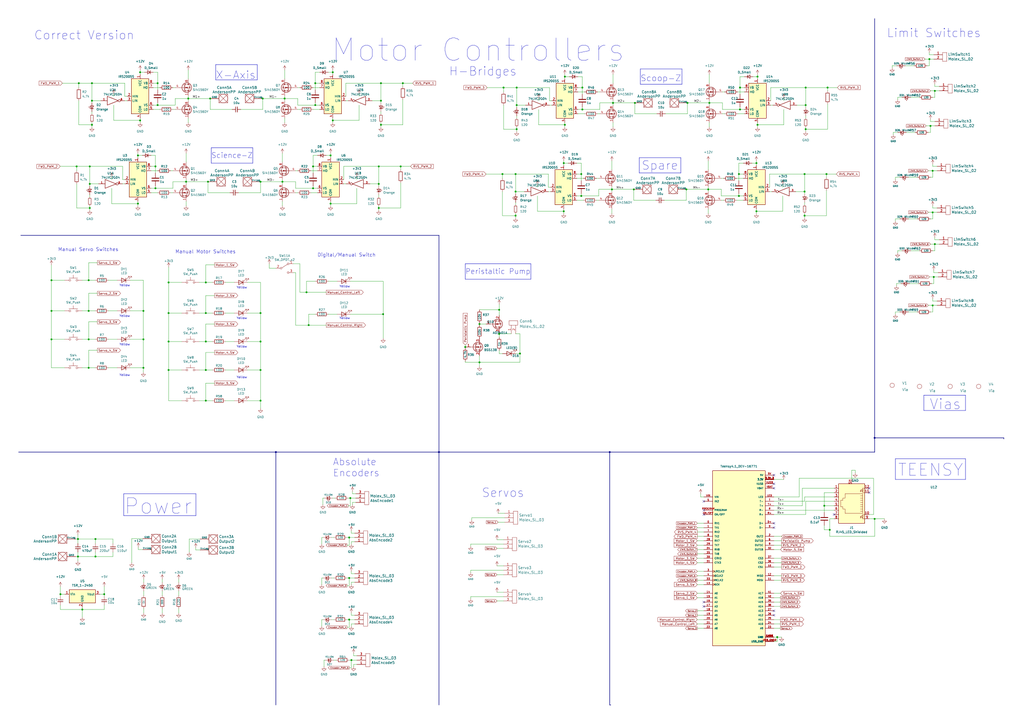
<source format=kicad_sch>
(kicad_sch (version 20211123) (generator eeschema)
  (paper "A2")
  (junction (at 481.33 307.34))
  (junction (at 299.72 74.93))
  (junction (at 220.98 58.42))
  (junction (at 299.085 125.095))
  (junction (at 120.65 105.41))
  (junction (at 368.3 59.69))
  (junction (at 151.13 198.12))
  (junction (at 53.34 48.26))
  (junction (at 269.875 201.295))
  (junction (at 539.115 34.29))
  (junction (at 181.61 109.22))
  (junction (at 467.36 60.96))
  (junction (at 541.655 160.655))
  (junction (at 160.02 262.255))
  (junction (at 203.835 382.905))
  (junction (at 541.02 177.165))
  (junction (at 439.42 72.39))
  (junction (at 353.695 262.255))
  (junction (at 151.13 232.41))
  (junction (at 107.95 105.41))
  (junction (at 254.635 262.255))
  (junction (at 45.212 312.674))
  (junction (at 81.28 41.91))
  (junction (at 478.155 293.37))
  (junction (at 83.185 196.85))
  (junction (at 52.07 96.52))
  (junction (at 203.2 288.925))
  (junction (at 438.785 122.555))
  (junction (at 177.8 169.545))
  (junction (at 35.052 344.678))
  (junction (at 97.79 214.63))
  (junction (at 429.26 63.5))
  (junction (at 202.565 359.41))
  (junction (at 337.185 113.665))
  (junction (at 191.77 118.11))
  (junction (at 90.17 109.22))
  (junction (at 191.77 90.17))
  (junction (at 542.29 141.605))
  (junction (at 151.13 105.41))
  (junction (at 202.565 311.785))
  (junction (at 220.98 72.39))
  (junction (at 97.79 163.83))
  (junction (at 91.44 60.96))
  (junction (at 152.4 57.15))
  (junction (at 219.71 106.68))
  (junction (at 121.92 57.15))
  (junction (at 428.625 100.965))
  (junction (at 29.845 162.56))
  (junction (at 182.88 60.96))
  (junction (at 29.845 196.85))
  (junction (at 109.22 57.15))
  (junction (at 119.38 232.41))
  (junction (at 450.85 369.57))
  (junction (at 151.13 181.61))
  (junction (at 337.185 100.965))
  (junction (at 97.79 181.61))
  (junction (at 337.82 63.5))
  (junction (at 438.785 94.615))
  (junction (at 80.01 118.11))
  (junction (at 52.07 120.65))
  (junction (at 480.06 50.8))
  (junction (at 181.61 96.52))
  (junction (at 327.025 94.615))
  (junction (at 439.42 44.45))
  (junction (at 410.845 109.855))
  (junction (at 51.435 180.34))
  (junction (at 291.465 100.965))
  (junction (at 467.36 50.8))
  (junction (at 60.452 344.678))
  (junction (at 507.365 300.99))
  (junction (at 222.25 182.245))
  (junction (at 289.56 193.675))
  (junction (at 45.212 322.834))
  (junction (at 337.82 50.8))
  (junction (at 467.36 74.93))
  (junction (at 220.98 48.26))
  (junction (at 466.725 100.965))
  (junction (at 354.965 109.855))
  (junction (at 53.34 58.42))
  (junction (at 292.1 50.8))
  (junction (at 151.13 214.63))
  (junction (at 165.1 57.15))
  (junction (at 53.34 72.39))
  (junction (at 193.04 69.85))
  (junction (at 219.71 120.65))
  (junction (at 219.71 96.52))
  (junction (at 83.185 213.36))
  (junction (at 428.625 113.665))
  (junction (at 233.68 48.26))
  (junction (at 119.38 214.63))
  (junction (at 429.26 50.8))
  (junction (at 90.17 96.52))
  (junction (at 119.38 163.83))
  (junction (at 542.29 52.705))
  (junction (at 51.435 162.56))
  (junction (at 299.72 60.96))
  (junction (at 97.79 198.12))
  (junction (at 301.625 205.105))
  (junction (at 289.56 179.705))
  (junction (at 44.45 96.52))
  (junction (at 45.72 48.26))
  (junction (at 398.78 59.69))
  (junction (at 47.752 353.568))
  (junction (at 299.72 50.8))
  (junction (at 81.28 69.85))
  (junction (at 539.75 73.025))
  (junction (at 327.025 122.555))
  (junction (at 55.372 322.834))
  (junction (at 541.02 123.19))
  (junction (at 182.88 48.26))
  (junction (at 51.435 196.85))
  (junction (at 80.01 90.17))
  (junction (at 52.07 106.68))
  (junction (at 51.435 213.36))
  (junction (at 299.085 100.965))
  (junction (at 327.66 72.39))
  (junction (at 179.07 188.595))
  (junction (at 466.725 111.125))
  (junction (at 119.38 198.12))
  (junction (at 232.41 96.52))
  (junction (at 398.145 109.855))
  (junction (at 541.02 99.06))
  (junction (at 466.725 125.095))
  (junction (at 299.085 111.125))
  (junction (at 83.185 180.34))
  (junction (at 278.13 210.185))
  (junction (at 119.38 181.61))
  (junction (at 367.665 109.855))
  (junction (at 278.13 187.96))
  (junction (at 29.845 180.34))
  (junction (at 193.04 41.91))
  (junction (at 355.6 59.69))
  (junction (at 479.425 100.965))
  (junction (at 327.66 44.45))
  (junction (at 411.48 59.69))
  (junction (at 163.83 105.41))
  (junction (at 55.372 312.674))
  (junction (at 91.44 48.26))
  (junction (at 202.565 335.28))
  (junction (at 507.365 254))
  (no_connect (at 448.945 280.67))
  (no_connect (at 408.305 349.25))
  (no_connect (at 408.305 351.79))
  (no_connect (at 408.305 298.45))
  (no_connect (at 504.19 283.21))
  (no_connect (at 504.19 285.75))
  (no_connect (at 448.945 306.07))
  (no_connect (at 408.305 290.83))
  (no_connect (at 448.945 303.53))
  (no_connect (at 408.305 295.91))
  (no_connect (at 448.945 275.59))
  (no_connect (at 448.945 356.87))
  (no_connect (at 448.945 354.33))
  (no_connect (at 483.87 298.45))
  (no_connect (at 448.945 283.21))
  (wire (pts (xy 47.752 353.568) (xy 47.752 358.013)))
  (wire (pts (xy 65.532 320.294) (xy 65.532 322.834)))
  (wire (pts (xy 119.38 204.47) (xy 119.38 214.63)))
  (wire (pts (xy 438.785 121.285) (xy 438.785 122.555)))
  (wire (pts (xy 186.69 359.41) (xy 187.325 359.41)))
  (wire (pts (xy 200.66 48.26) (xy 200.66 55.88)))
  (wire (pts (xy 97.79 198.12) (xy 97.79 181.61)))
  (wire (pts (xy 539.75 102.87) (xy 541.02 102.87)))
  (wire (pts (xy 483.87 290.83) (xy 467.36 290.83)))
  (wire (pts (xy 222.25 163.195) (xy 222.25 182.245)))
  (wire (pts (xy 75.565 213.36) (xy 83.185 213.36)))
  (wire (pts (xy 88.9 63.5) (xy 92.71 63.5)))
  (wire (pts (xy 71.12 106.68) (xy 72.39 106.68)))
  (wire (pts (xy 71.12 96.52) (xy 71.12 104.14)))
  (wire (pts (xy 467.36 290.83) (xy 467.36 298.45)))
  (wire (pts (xy 346.075 103.505) (xy 347.345 103.505)))
  (wire (pts (xy 52.07 113.03) (xy 52.07 114.3)))
  (bus (pts (xy 353.695 408.94) (xy 354.33 408.94)))
  (wire (pts (xy 62.865 162.56) (xy 67.945 162.56)))
  (wire (pts (xy 540.385 164.465) (xy 541.655 164.465)))
  (wire (pts (xy 51.435 186.69) (xy 51.435 196.85)))
  (wire (pts (xy 429.26 50.8) (xy 429.26 54.61)))
  (wire (pts (xy 172.72 57.15) (xy 165.1 57.15)))
  (wire (pts (xy 55.372 322.834) (xy 45.212 322.834)))
  (wire (pts (xy 172.72 63.5) (xy 173.99 63.5)))
  (polyline (pts (xy 560.07 238.125) (xy 560.07 229.235)) (stroke (width 0.2032) (type solid)))
  (wire (pts (xy 439.42 71.12) (xy 439.42 72.39)))
  (wire (pts (xy 233.68 48.26) (xy 239.395 48.26)))
  (wire (pts (xy 186.69 311.785) (xy 187.325 311.785)))
  (wire (pts (xy 355.6 59.69) (xy 368.3 59.69)))
  (wire (pts (xy 466.725 288.29) (xy 466.725 290.83)))
  (wire (pts (xy 448.945 359.41) (xy 452.755 359.41)))
  (bus (pts (xy 12.065 136.525) (xy 254.635 136.525)))
  (wire (pts (xy 80.264 318.77) (xy 80.264 317.5)))
  (wire (pts (xy 536.575 34.29) (xy 539.115 34.29)))
  (wire (pts (xy 200.66 48.26) (xy 220.98 48.26)))
  (wire (pts (xy 528.32 145.415) (xy 533.4 145.415)))
  (wire (pts (xy 289.56 176.53) (xy 289.56 179.705)))
  (wire (pts (xy 119.38 171.45) (xy 119.38 181.61)))
  (wire (pts (xy 105.41 214.63) (xy 97.79 214.63)))
  (wire (pts (xy 448.945 364.49) (xy 452.755 364.49)))
  (wire (pts (xy 83.82 41.91) (xy 81.28 41.91)))
  (wire (pts (xy 337.185 100.965) (xy 337.185 94.615)))
  (wire (pts (xy 281.94 100.965) (xy 291.465 100.965)))
  (wire (pts (xy 87.63 111.76) (xy 91.44 111.76)))
  (wire (pts (xy 335.28 63.5) (xy 337.82 63.5)))
  (wire (pts (xy 428.625 94.615) (xy 431.165 94.615)))
  (wire (pts (xy 337.185 113.665) (xy 347.345 113.665)))
  (wire (pts (xy 83.185 162.56) (xy 83.185 180.34)))
  (wire (pts (xy 80.01 90.17) (xy 80.01 91.44)))
  (wire (pts (xy 480.06 50.8) (xy 480.06 52.705)))
  (wire (pts (xy 467.36 298.45) (xy 448.945 298.45)))
  (wire (pts (xy 269.875 210.185) (xy 278.13 210.185)))
  (wire (pts (xy 171.45 99.06) (xy 172.72 99.06)))
  (wire (pts (xy 130.81 181.61) (xy 135.89 181.61)))
  (polyline (pts (xy 395.605 48.895) (xy 395.605 40.005)) (stroke (width 0.2032) (type solid)))
  (wire (pts (xy 347.345 113.665) (xy 347.345 109.855)))
  (wire (pts (xy 60.452 344.678) (xy 60.452 340.233)))
  (wire (pts (xy 201.295 311.785) (xy 202.565 311.785)))
  (wire (pts (xy 465.455 283.21) (xy 465.455 293.37)))
  (wire (pts (xy 29.845 196.85) (xy 29.845 180.34)))
  (wire (pts (xy 538.48 76.835) (xy 539.75 76.835)))
  (wire (pts (xy 541.655 160.655) (xy 544.195 160.655)))
  (wire (pts (xy 278.13 210.185) (xy 278.13 212.471)))
  (wire (pts (xy 203.835 309.245) (xy 203.835 307.975)))
  (wire (pts (xy 45.72 58.42) (xy 45.72 72.39)))
  (wire (pts (xy 191.77 116.84) (xy 191.77 118.11)))
  (wire (pts (xy 163.83 105.41) (xy 163.83 106.68)))
  (wire (pts (xy 404.495 303.53) (xy 408.305 303.53)))
  (wire (pts (xy 404.495 321.31) (xy 408.305 321.31)))
  (wire (pts (xy 184.15 96.52) (xy 181.61 96.52)))
  (wire (pts (xy 411.48 58.42) (xy 411.48 59.69)))
  (wire (pts (xy 90.17 109.22) (xy 100.33 109.22)))
  (wire (pts (xy 177.8 163.195) (xy 177.8 169.545)))
  (wire (pts (xy 82.804 312.42) (xy 76.454 312.42)))
  (wire (pts (xy 327.66 71.12) (xy 327.66 72.39)))
  (wire (pts (xy 182.88 182.245) (xy 179.07 182.245)))
  (wire (pts (xy 87.63 99.06) (xy 91.44 99.06)))
  (wire (pts (xy 138.43 111.76) (xy 151.13 111.76)))
  (wire (pts (xy 431.8 66.04) (xy 427.99 66.04)))
  (wire (pts (xy 282.575 50.8) (xy 292.1 50.8)))
  (wire (pts (xy 525.78 76.835) (xy 530.86 76.835)))
  (wire (pts (xy 184.15 111.76) (xy 180.34 111.76)))
  (wire (pts (xy 55.372 312.674) (xy 45.212 312.674)))
  (wire (pts (xy 151.13 163.83) (xy 151.13 181.61)))
  (wire (pts (xy 205.74 361.95) (xy 203.835 361.95)))
  (wire (pts (xy 90.17 107.95) (xy 90.17 109.22)))
  (wire (pts (xy 51.435 203.2) (xy 51.435 213.36)))
  (wire (pts (xy 527.685 164.465) (xy 532.765 164.465)))
  (wire (pts (xy 288.29 328.295) (xy 292.1 328.295)))
  (wire (pts (xy 220.98 64.77) (xy 220.98 66.04)))
  (wire (pts (xy 507.365 311.15) (xy 507.365 300.99)))
  (wire (pts (xy 538.48 99.06) (xy 541.02 99.06)))
  (wire (pts (xy 494.03 272.796) (xy 494.03 278.13)))
  (wire (pts (xy 201.93 293.37) (xy 203.2 293.37)))
  (wire (pts (xy 130.81 232.41) (xy 135.89 232.41)))
  (wire (pts (xy 429.26 63.5) (xy 419.1 63.5)))
  (wire (pts (xy 539.75 76.835) (xy 539.75 73.025)))
  (wire (pts (xy 439.42 44.45) (xy 439.42 45.72)))
  (wire (pts (xy 65.532 312.674) (xy 55.372 312.674)))
  (wire (pts (xy 203.2 293.37) (xy 203.2 288.925)))
  (wire (pts (xy 436.88 44.45) (xy 439.42 44.45)))
  (wire (pts (xy 429.26 50.8) (xy 429.26 44.45)))
  (wire (pts (xy 81.28 69.85) (xy 81.28 71.12)))
  (polyline (pts (xy 149.225 46.355) (xy 125.095 46.355)) (stroke (width 0.2032) (type solid)))
  (wire (pts (xy 520.7 56.515) (xy 520.7 57.785)))
  (wire (pts (xy 318.135 108.585) (xy 319.405 108.585)))
  (wire (pts (xy 273.685 301.625) (xy 273.685 300.355)))
  (wire (pts (xy 119.38 198.12) (xy 123.19 198.12)))
  (wire (pts (xy 44.45 96.52) (xy 52.07 96.52)))
  (wire (pts (xy 398.145 116.205) (xy 398.145 109.855)))
  (wire (pts (xy 190.5 163.195) (xy 195.58 163.195)))
  (wire (pts (xy 539.115 34.29) (xy 541.655 34.29)))
  (wire (pts (xy 273.05 347.345) (xy 273.05 346.075)))
  (wire (pts (xy 165.1 57.15) (xy 152.4 57.15)))
  (polyline (pts (xy 146.685 85.725) (xy 122.555 85.725)) (stroke (width 0.2032) (type solid)))
  (wire (pts (xy 448.945 295.91) (xy 483.87 295.91)))
  (wire (pts (xy 410.845 93.345) (xy 410.845 98.425)))
  (wire (pts (xy 130.81 198.12) (xy 135.89 198.12)))
  (wire (pts (xy 91.44 41.91) (xy 88.9 41.91)))
  (wire (pts (xy 124.46 204.47) (xy 119.38 204.47)))
  (wire (pts (xy 273.685 300.355) (xy 292.735 300.355)))
  (wire (pts (xy 541.02 99.06) (xy 543.56 99.06)))
  (wire (pts (xy 278.13 187.325) (xy 278.13 187.96)))
  (wire (pts (xy 327.025 93.345) (xy 327.025 94.615)))
  (wire (pts (xy 318.135 111.125) (xy 319.405 111.125)))
  (wire (pts (xy 190.5 41.91) (xy 193.04 41.91)))
  (wire (pts (xy 521.97 180.975) (xy 519.43 180.975)))
  (wire (pts (xy 301.625 205.105) (xy 301.625 210.185)))
  (wire (pts (xy 201.295 339.725) (xy 202.565 339.725)))
  (wire (pts (xy 184.15 109.22) (xy 181.61 109.22)))
  (wire (pts (xy 448.945 344.17) (xy 452.755 344.17)))
  (wire (pts (xy 507.365 300.99) (xy 513.08 300.99)))
  (wire (pts (xy 438.785 93.345) (xy 438.785 94.615)))
  (polyline (pts (xy 149.225 46.355) (xy 149.225 37.465)) (stroke (width 0.2032) (type solid)))
  (wire (pts (xy 72.39 55.88) (xy 73.66 55.88)))
  (wire (pts (xy 479.425 125.095) (xy 466.725 125.095)))
  (wire (pts (xy 404.495 354.33) (xy 408.305 354.33)))
  (wire (pts (xy 55.372 315.214) (xy 55.372 312.674)))
  (wire (pts (xy 288.29 318.135) (xy 292.1 318.135)))
  (wire (pts (xy 431.165 100.965) (xy 428.625 100.965)))
  (wire (pts (xy 454.66 63.5) (xy 454.66 72.39)))
  (wire (pts (xy 539.75 180.975) (xy 541.02 180.975)))
  (wire (pts (xy 173.99 169.545) (xy 177.8 169.545)))
  (wire (pts (xy 329.565 94.615) (xy 327.025 94.615)))
  (wire (pts (xy 347.345 109.855) (xy 354.965 109.855)))
  (wire (pts (xy 219.71 119.38) (xy 219.71 120.65)))
  (wire (pts (xy 186.69 359.41) (xy 186.69 363.22)))
  (wire (pts (xy 431.8 63.5) (xy 429.26 63.5)))
  (wire (pts (xy 299.085 111.125) (xy 299.085 112.395)))
  (wire (pts (xy 203.2 288.925) (xy 206.375 288.925)))
  (wire (pts (xy 541.02 96.52) (xy 541.02 95.25)))
  (wire (pts (xy 37.465 162.56) (xy 29.845 162.56)))
  (polyline (pts (xy 307.975 153.035) (xy 269.875 153.035)) (stroke (width 0.2032) (type solid)))
  (wire (pts (xy 232.41 106.045) (xy 232.41 120.65)))
  (wire (pts (xy 83.185 215.9) (xy 83.185 213.36)))
  (polyline (pts (xy 560.07 229.235) (xy 535.94 229.235)) (stroke (width 0.2032) (type solid)))
  (wire (pts (xy 182.88 60.96) (xy 172.72 60.96)))
  (wire (pts (xy 334.645 113.665) (xy 337.185 113.665)))
  (wire (pts (xy 200.66 58.42) (xy 201.93 58.42)))
  (wire (pts (xy 94.107 355.6) (xy 94.107 353.06)))
  (wire (pts (xy 192.405 359.41) (xy 193.675 359.41)))
  (wire (pts (xy 206.375 286.385) (xy 204.47 286.385)))
  (wire (pts (xy 544.195 158.115) (xy 541.655 158.115)))
  (wire (pts (xy 203.835 361.95) (xy 203.835 363.22)))
  (wire (pts (xy 156.21 153.035) (xy 156.21 155.575)))
  (wire (pts (xy 57.912 344.678) (xy 60.452 344.678)))
  (wire (pts (xy 462.28 60.96) (xy 467.36 60.96)))
  (wire (pts (xy 202.565 359.41) (xy 205.74 359.41)))
  (wire (pts (xy 447.04 50.8) (xy 447.04 58.42)))
  (wire (pts (xy 186.69 311.785) (xy 186.69 315.595)))
  (wire (pts (xy 113.538 319.024) (xy 113.538 317.754)))
  (wire (pts (xy 520.7 145.415) (xy 520.7 146.685)))
  (wire (pts (xy 483.87 285.75) (xy 478.155 285.75)))
  (wire (pts (xy 124.46 187.96) (xy 119.38 187.96)))
  (wire (pts (xy 193.04 40.64) (xy 193.04 41.91)))
  (wire (pts (xy 404.495 316.23) (xy 408.305 316.23)))
  (wire (pts (xy 404.495 306.07) (xy 408.305 306.07)))
  (wire (pts (xy 539.75 73.025) (xy 542.29 73.025)))
  (wire (pts (xy 479.425 110.49) (xy 479.425 125.095)))
  (wire (pts (xy 292.1 50.8) (xy 292.1 53.34)))
  (wire (pts (xy 185.42 63.5) (xy 181.61 63.5)))
  (wire (pts (xy 116.078 312.674) (xy 109.728 312.674)))
  (wire (pts (xy 355.6 43.18) (xy 355.6 48.26)))
  (wire (pts (xy 120.65 111.76) (xy 120.65 105.41)))
  (wire (pts (xy 354.965 108.585) (xy 354.965 109.855)))
  (bus (pts (xy 353.695 262.255) (xy 507.365 262.255)))
  (wire (pts (xy 494.03 272.796) (xy 496.062 272.796)))
  (wire (pts (xy 269.875 201.295) (xy 269.875 201.93)))
  (wire (pts (xy 406.4 288.29) (xy 408.305 288.29)))
  (wire (pts (xy 220.98 58.42) (xy 220.98 59.69)))
  (wire (pts (xy 222.25 182.245) (xy 203.2 182.245)))
  (wire (pts (xy 208.28 69.85) (xy 193.04 69.85)))
  (wire (pts (xy 60.452 345.948) (xy 60.452 344.678)))
  (wire (pts (xy 199.39 106.68) (xy 200.66 106.68)))
  (wire (pts (xy 398.78 66.04) (xy 398.78 59.69)))
  (wire (pts (xy 368.3 66.04) (xy 381 66.04)))
  (wire (pts (xy 334.645 103.505) (xy 338.455 103.505)))
  (wire (pts (xy 410.845 108.585) (xy 410.845 109.855)))
  (wire (pts (xy 347.98 59.69) (xy 355.6 59.69)))
  (wire (pts (xy 143.51 181.61) (xy 151.13 181.61)))
  (wire (pts (xy 119.38 232.41) (xy 123.19 232.41)))
  (wire (pts (xy 273.05 332.105) (xy 273.05 330.835)))
  (wire (pts (xy 37.465 196.85) (xy 29.845 196.85)))
  (wire (pts (xy 193.675 382.905) (xy 194.945 382.905)))
  (wire (pts (xy 522.605 164.465) (xy 520.065 164.465)))
  (wire (pts (xy 179.07 182.245) (xy 179.07 188.595)))
  (wire (pts (xy 288.925 302.895) (xy 292.735 302.895)))
  (wire (pts (xy 539.75 70.485) (xy 539.75 69.215)))
  (wire (pts (xy 219.71 96.52) (xy 232.41 96.52)))
  (wire (pts (xy 115.57 163.83) (xy 119.38 163.83)))
  (wire (pts (xy 233.68 72.39) (xy 220.98 72.39)))
  (wire (pts (xy 466.725 111.125) (xy 466.725 112.395)))
  (wire (pts (xy 539.75 127) (xy 541.02 127)))
  (wire (pts (xy 205.74 332.74) (xy 203.835 332.74)))
  (wire (pts (xy 88.9 60.96) (xy 91.44 60.96)))
  (wire (pts (xy 203.2 163.195) (xy 222.25 163.195)))
  (bus (pts (xy 160.02 262.255) (xy 160.02 408.94)))
  (wire (pts (xy 64.77 118.11) (xy 80.01 118.11)))
  (wire (pts (xy 450.85 369.57) (xy 453.39 369.57)))
  (wire (pts (xy 523.24 145.415) (xy 520.7 145.415)))
  (wire (pts (xy 204.47 291.465) (xy 204.47 292.735)))
  (wire (pts (xy 151.13 111.76) (xy 151.13 105.41)))
  (wire (pts (xy 37.465 213.36) (xy 29.845 213.36)))
  (wire (pts (xy 101.6 57.15) (xy 109.22 57.15)))
  (wire (pts (xy 337.82 50.8) (xy 337.82 44.45)))
  (wire (pts (xy 385.445 116.205) (xy 398.145 116.205)))
  (wire (pts (xy 205.74 337.82) (xy 203.835 337.82)))
  (wire (pts (xy 81.28 41.91) (xy 81.28 43.18)))
  (wire (pts (xy 201.295 335.28) (xy 202.565 335.28)))
  (wire (pts (xy 519.43 102.87) (xy 519.43 104.14)))
  (wire (pts (xy 463.55 288.29) (xy 448.945 288.29)))
  (wire (pts (xy 202.565 363.855) (xy 202.565 359.41)))
  (wire (pts (xy 404.495 346.71) (xy 408.305 346.71)))
  (wire (pts (xy 151.13 214.63) (xy 151.13 232.41)))
  (wire (pts (xy 121.92 63.5) (xy 121.92 57.15)))
  (wire (pts (xy 130.81 163.83) (xy 135.89 163.83)))
  (wire (pts (xy 56.515 186.69) (xy 51.435 186.69)))
  (wire (pts (xy 47.625 180.34) (xy 51.435 180.34)))
  (wire (pts (xy 544.83 50.165) (xy 542.29 50.165)))
  (wire (pts (xy 429.26 62.23) (xy 429.26 63.5)))
  (wire (pts (xy 35.052 340.233) (xy 35.052 344.678)))
  (wire (pts (xy 107.95 105.41) (xy 107.95 106.68)))
  (wire (pts (xy 107.95 104.14) (xy 107.95 105.41)))
  (wire (pts (xy 156.21 155.575) (xy 160.02 155.575)))
  (wire (pts (xy 269.875 201.295) (xy 270.51 201.295)))
  (wire (pts (xy 448.945 316.23) (xy 453.39 316.23)))
  (wire (pts (xy 47.625 196.85) (xy 51.435 196.85)))
  (wire (pts (xy 219.71 106.68) (xy 219.71 96.52)))
  (wire (pts (xy 185.42 60.96) (xy 182.88 60.96)))
  (wire (pts (xy 193.04 288.925) (xy 194.31 288.925)))
  (wire (pts (xy 45.72 72.39) (xy 53.34 72.39)))
  (wire (pts (xy 165.1 55.88) (xy 165.1 57.15)))
  (wire (pts (xy 538.48 123.19) (xy 541.02 123.19)))
  (wire (pts (xy 311.785 107.315) (xy 311.785 108.585)))
  (wire (pts (xy 467.36 60.96) (xy 467.36 50.8)))
  (wire (pts (xy 355.6 71.12) (xy 355.6 73.66)))
  (wire (pts (xy 301.625 193.675) (xy 301.625 205.105)))
  (wire (pts (xy 542.29 141.605) (xy 544.83 141.605)))
  (wire (pts (xy 354.965 109.855) (xy 367.665 109.855)))
  (wire (pts (xy 202.565 335.28) (xy 205.74 335.28)))
  (wire (pts (xy 191.77 90.17) (xy 191.77 91.44)))
  (wire (pts (xy 292.1 60.96) (xy 292.1 74.93)))
  (wire (pts (xy 103.632 345.44) (xy 103.632 342.9)))
  (wire (pts (xy 181.61 109.22) (xy 171.45 109.22)))
  (wire (pts (xy 539.75 52.705) (xy 542.29 52.705)))
  (wire (pts (xy 208.28 54.61) (xy 208.28 55.88)))
  (wire (pts (xy 151.13 181.61) (xy 151.13 198.12)))
  (wire (pts (xy 219.71 106.68) (xy 219.71 107.95)))
  (wire (pts (xy 203.835 382.905) (xy 207.01 382.905)))
  (wire (pts (xy 404.495 308.61) (xy 408.305 308.61)))
  (wire (pts (xy 116.078 319.024) (xy 113.538 319.024)))
  (polyline (pts (xy 371.475 40.005) (xy 371.475 48.895)) (stroke (width 0.2032) (type solid)))
  (wire (pts (xy 232.41 96.52) (xy 238.125 96.52)))
  (wire (pts (xy 428.625 100.965) (xy 428.625 104.775)))
  (wire (pts (xy 29.845 180.34) (xy 29.845 162.56)))
  (wire (pts (xy 346.075 116.205) (xy 347.345 116.205)))
  (wire (pts (xy 404.495 339.09) (xy 408.305 339.09)))
  (wire (pts (xy 527.05 102.87) (xy 532.13 102.87)))
  (wire (pts (xy 541.02 177.165) (xy 543.56 177.165)))
  (wire (pts (xy 105.41 163.83) (xy 97.79 163.83)))
  (wire (pts (xy 51.435 213.36) (xy 55.245 213.36)))
  (wire (pts (xy 439.42 43.18) (xy 439.42 44.45)))
  (wire (pts (xy 448.945 323.85) (xy 453.39 323.85)))
  (wire (pts (xy 541.02 102.87) (xy 541.02 99.06)))
  (wire (pts (xy 404.495 361.95) (xy 408.305 361.95)))
  (wire (pts (xy 75.565 196.85) (xy 83.185 196.85)))
  (wire (pts (xy 289.56 193.675) (xy 296.545 193.675)))
  (wire (pts (xy 120.65 111.76) (xy 133.35 111.76)))
  (bus (pts (xy 254.635 262.255) (xy 254.635 408.94)))
  (wire (pts (xy 203.835 356.87) (xy 203.835 355.6)))
  (wire (pts (xy 109.728 312.674) (xy 109.728 320.294)))
  (wire (pts (xy 404.495 336.55) (xy 408.305 336.55)))
  (wire (pts (xy 273.05 316.865) (xy 273.05 315.595)))
  (wire (pts (xy 428.625 112.395) (xy 428.625 113.665)))
  (wire (pts (xy 404.495 311.15) (xy 408.305 311.15)))
  (wire (pts (xy 419.1 59.69) (xy 411.48 59.69)))
  (wire (pts (xy 299.085 123.825) (xy 299.085 125.095)))
  (wire (pts (xy 448.945 313.69) (xy 453.39 313.69)))
  (polyline (pts (xy 519.43 266.065) (xy 560.07 266.065)) (stroke (width 0.2032) (type solid)))
  (wire (pts (xy 446.405 100.965) (xy 466.725 100.965)))
  (polyline (pts (xy 394.97 91.44) (xy 370.84 91.44)) (stroke (width 0.2032) (type solid)))
  (wire (pts (xy 411.48 59.69) (xy 411.48 60.96)))
  (wire (pts (xy 204.47 286.385) (xy 204.47 285.115)))
  (wire (pts (xy 337.82 62.23) (xy 337.82 63.5)))
  (wire (pts (xy 109.22 57.15) (xy 121.92 57.15)))
  (wire (pts (xy 71.12 104.14) (xy 72.39 104.14)))
  (wire (pts (xy 91.44 60.96) (xy 101.6 60.96)))
  (wire (pts (xy 335.28 53.34) (xy 339.09 53.34)))
  (wire (pts (xy 203.835 387.35) (xy 203.835 382.905)))
  (wire (pts (xy 187.96 382.905) (xy 187.96 386.715)))
  (wire (pts (xy 504.19 300.99) (xy 507.365 300.99)))
  (wire (pts (xy 43.942 312.674) (xy 45.212 312.674)))
  (wire (pts (xy 525.145 38.1) (xy 530.225 38.1)))
  (wire (pts (xy 346.71 66.04) (xy 347.98 66.04)))
  (wire (pts (xy 448.945 334.01) (xy 453.39 334.01)))
  (wire (pts (xy 541.655 31.75) (xy 539.115 31.75)))
  (wire (pts (xy 202.565 311.785) (xy 205.74 311.785)))
  (wire (pts (xy 506.73 298.45) (xy 506.73 277.495)))
  (wire (pts (xy 269.875 209.55) (xy 269.875 210.185)))
  (wire (pts (xy 311.785 122.555) (xy 327.025 122.555)))
  (wire (pts (xy 404.495 318.77) (xy 408.305 318.77)))
  (wire (pts (xy 289.56 205.105) (xy 291.465 205.105)))
  (wire (pts (xy 273.05 330.835) (xy 292.1 330.835)))
  (wire (pts (xy 337.82 50.8) (xy 337.82 54.61)))
  (wire (pts (xy 438.785 94.615) (xy 438.785 95.885)))
  (bus (pts (xy 254.635 136.525) (xy 254.635 262.255)))
  (wire (pts (xy 291.465 100.965) (xy 291.465 103.505)))
  (wire (pts (xy 537.21 73.025) (xy 539.75 73.025)))
  (wire (pts (xy 404.495 359.41) (xy 408.305 359.41)))
  (wire (pts (xy 431.8 50.8) (xy 429.26 50.8)))
  (wire (pts (xy 202.565 382.905) (xy 203.835 382.905)))
  (wire (pts (xy 105.41 198.12) (xy 97.79 198.12)))
  (wire (pts (xy 335.28 66.04) (xy 339.09 66.04)))
  (wire (pts (xy 542.29 52.705) (xy 544.83 52.705)))
  (wire (pts (xy 91.44 59.69) (xy 91.44 60.96)))
  (wire (pts (xy 312.42 63.5) (xy 312.42 72.39)))
  (wire (pts (xy 107.95 116.84) (xy 107.95 119.38)))
  (wire (pts (xy 208.28 60.96) (xy 208.28 69.85)))
  (wire (pts (xy 299.72 74.93) (xy 299.72 76.2)))
  (wire (pts (xy 53.34 64.77) (xy 53.34 66.04)))
  (wire (pts (xy 171.45 188.595) (xy 179.07 188.595)))
  (wire (pts (xy 207.01 102.87) (xy 207.01 104.14)))
  (wire (pts (xy 201.93 288.925) (xy 203.2 288.925)))
  (wire (pts (xy 461.645 111.125) (xy 466.725 111.125)))
  (wire (pts (xy 115.57 198.12) (xy 119.38 198.12)))
  (wire (pts (xy 273.05 346.075) (xy 292.1 346.075)))
  (wire (pts (xy 327.66 43.18) (xy 327.66 44.45)))
  (wire (pts (xy 454.66 57.15) (xy 454.66 58.42)))
  (wire (pts (xy 318.77 60.96) (xy 320.04 60.96)))
  (wire (pts (xy 56.515 170.18) (xy 51.435 170.18)))
  (wire (pts (xy 334.645 116.205) (xy 338.455 116.205)))
  (wire (pts (xy 109.22 55.88) (xy 109.22 57.15)))
  (wire (pts (xy 291.465 125.095) (xy 299.085 125.095)))
  (wire (pts (xy 187.96 382.905) (xy 188.595 382.905)))
  (wire (pts (xy 130.81 214.63) (xy 135.89 214.63)))
  (wire (pts (xy 480.06 60.325) (xy 480.06 74.93)))
  (wire (pts (xy 182.88 48.26) (xy 182.88 52.07)))
  (wire (pts (xy 75.565 180.34) (xy 83.185 180.34)))
  (wire (pts (xy 143.51 163.83) (xy 151.13 163.83)))
  (wire (pts (xy 454.025 107.315) (xy 454.025 108.585)))
  (polyline (pts (xy 560.07 266.065) (xy 560.07 278.13)) (stroke (width 0.2032) (type solid)))
  (wire (pts (xy 220.98 72.39) (xy 220.98 73.66)))
  (wire (pts (xy 72.39 58.42) (xy 73.66 58.42)))
  (wire (pts (xy 410.845 109.855) (xy 410.845 111.125)))
  (wire (pts (xy 289.56 195.58) (xy 289.56 193.675)))
  (wire (pts (xy 521.97 102.87) (xy 519.43 102.87)))
  (wire (pts (xy 56.515 152.4) (xy 51.435 152.4)))
  (wire (pts (xy 431.165 116.205) (xy 427.355 116.205)))
  (wire (pts (xy 52.07 120.65) (xy 52.07 121.92)))
  (wire (pts (xy 232.41 120.65) (xy 219.71 120.65)))
  (wire (pts (xy 124.46 171.45) (xy 119.38 171.45)))
  (wire (pts (xy 541.02 56.515) (xy 542.29 56.515)))
  (wire (pts (xy 35.052 353.568) (xy 47.752 353.568)))
  (wire (pts (xy 75.565 162.56) (xy 83.185 162.56)))
  (wire (pts (xy 318.135 100.965) (xy 318.135 108.585)))
  (wire (pts (xy 467.36 60.96) (xy 467.36 62.23)))
  (wire (pts (xy 466.725 290.83) (xy 448.945 290.83)))
  (wire (pts (xy 528.32 56.515) (xy 533.4 56.515)))
  (wire (pts (xy 181.61 90.17) (xy 184.15 90.17)))
  (wire (pts (xy 45.212 320.294) (xy 45.212 322.834)))
  (wire (pts (xy 304.165 111.125) (xy 299.085 111.125)))
  (wire (pts (xy 539.115 38.1) (xy 539.115 34.29)))
  (wire (pts (xy 521.97 127) (xy 519.43 127)))
  (wire (pts (xy 187.325 288.925) (xy 187.325 292.735)))
  (wire (pts (xy 479.425 100.965) (xy 479.425 102.87)))
  (wire (pts (xy 334.645 100.965) (xy 337.185 100.965)))
  (wire (pts (xy 480.06 50.8) (xy 485.775 50.8)))
  (wire (pts (xy 219.71 113.03) (xy 219.71 114.3)))
  (wire (pts (xy 520.065 164.465) (xy 520.065 165.735)))
  (wire (pts (xy 199.39 96.52) (xy 199.39 104.14)))
  (wire (pts (xy 203.835 314.325) (xy 203.835 315.595)))
  (wire (pts (xy 466.725 125.095) (xy 466.725 126.365)))
  (wire (pts (xy 91.44 48.26) (xy 91.44 41.91)))
  (wire (pts (xy 288.29 343.535) (xy 292.1 343.535)))
  (wire (pts (xy 467.36 67.31) (xy 467.36 68.58)))
  (wire (pts (xy 446.405 111.125) (xy 447.675 111.125)))
  (wire (pts (xy 205.105 380.365) (xy 205.105 379.095)))
  (polyline (pts (xy 307.975 161.925) (xy 269.875 161.925)) (stroke (width 0.2032) (type solid)))
  (wire (pts (xy 418.465 116.205) (xy 419.735 116.205)))
  (wire (pts (xy 53.34 72.39) (xy 53.34 73.66)))
  (bus (pts (xy 507.365 10.795) (xy 507.365 254)))
  (wire (pts (xy 80.01 118.11) (xy 80.01 119.38)))
  (wire (pts (xy 201.295 363.855) (xy 202.565 363.855)))
  (wire (pts (xy 202.565 316.23) (xy 202.565 311.785)))
  (wire (pts (xy 44.45 120.65) (xy 52.07 120.65)))
  (wire (pts (xy 411.48 71.12) (xy 411.48 73.66)))
  (wire (pts (xy 64.77 109.22) (xy 64.77 118.11)))
  (wire (pts (xy 214.63 106.68) (xy 219.71 106.68)))
  (wire (pts (xy 83.185 196.85) (xy 83.185 213.36)))
  (wire (pts (xy 542.29 70.485) (xy 539.75 70.485)))
  (wire (pts (xy 47.625 162.56) (xy 51.435 162.56)))
  (wire (pts (xy 88.9 50.8) (xy 92.71 50.8)))
  (wire (pts (xy 481.33 307.34) (xy 481.33 311.15)))
  (wire (pts (xy 101.6 60.96) (xy 101.6 57.15)))
  (wire (pts (xy 289.56 179.705) (xy 289.56 182.88)))
  (wire (pts (xy 404.495 323.85) (xy 408.305 323.85)))
  (wire (pts (xy 51.435 180.34) (xy 55.245 180.34)))
  (wire (pts (xy 186.69 335.28) (xy 187.325 335.28)))
  (wire (pts (xy 45.212 312.674) (xy 45.212 315.214)))
  (wire (pts (xy 288.29 333.375) (xy 292.1 333.375)))
  (wire (pts (xy 466.725 100.965) (xy 479.425 100.965)))
  (wire (pts (xy 99.06 99.06) (xy 100.33 99.06)))
  (wire (pts (xy 201.295 359.41) (xy 202.565 359.41)))
  (wire (pts (xy 299.085 111.125) (xy 299.085 100.965)))
  (wire (pts (xy 97.79 181.61) (xy 97.79 163.83)))
  (wire (pts (xy 81.28 68.58) (xy 81.28 69.85)))
  (wire (pts (xy 143.51 232.41) (xy 151.13 232.41)))
  (wire (pts (xy 299.085 205.105) (xy 301.625 205.105)))
  (polyline (pts (xy 535.94 229.235) (xy 535.94 238.125)) (stroke (width 0.2032) (type solid)))
  (wire (pts (xy 478.155 293.37) (xy 483.87 293.37)))
  (wire (pts (xy 367.665 116.205) (xy 380.365 116.205)))
  (wire (pts (xy 454.025 113.665) (xy 454.025 122.555)))
  (wire (pts (xy 481.33 300.99) (xy 481.33 307.34)))
  (wire (pts (xy 172.72 60.96) (xy 172.72 57.15)))
  (wire (pts (xy 478.155 307.34) (xy 481.33 307.34)))
  (wire (pts (xy 35.052 351.028) (xy 35.052 353.568)))
  (wire (pts (xy 100.33 50.8) (xy 101.6 50.8)))
  (wire (pts (xy 483.87 300.99) (xy 481.33 300.99)))
  (wire (pts (xy 448.945 372.11) (xy 450.85 372.11)))
  (wire (pts (xy 66.04 54.61) (xy 66.04 55.88)))
  (wire (pts (xy 53.34 48.26) (xy 72.39 48.26)))
  (wire (pts (xy 179.07 188.595) (xy 189.23 188.595)))
  (wire (pts (xy 47.752 352.298) (xy 47.752 353.568)))
  (wire (pts (xy 318.77 50.8) (xy 318.77 58.42)))
  (wire (pts (xy 288.29 348.615) (xy 292.1 348.615)))
  (wire (pts (xy 87.63 96.52) (xy 90.17 96.52)))
  (wire (pts (xy 454.025 122.555) (xy 438.785 122.555)))
  (wire (pts (xy 100.33 105.41) (xy 107.95 105.41)))
  (wire (pts (xy 220.98 71.12) (xy 220.98 72.39)))
  (wire (pts (xy 539.115 160.655) (xy 541.655 160.655)))
  (wire (pts (xy 428.625 113.665) (xy 418.465 113.665)))
  (wire (pts (xy 327.025 94.615) (xy 327.025 95.885)))
  (wire (pts (xy 299.72 73.66) (xy 299.72 74.93)))
  (wire (pts (xy 80.01 116.84) (xy 80.01 118.11)))
  (wire (pts (xy 207.01 380.365) (xy 205.105 380.365)))
  (polyline (pts (xy 125.095 37.465) (xy 125.095 46.355)) (stroke (width 0.2032) (type solid)))
  (wire (pts (xy 427.99 53.34) (xy 431.8 53.34)))
  (wire (pts (xy 100.33 63.5) (xy 101.6 63.5)))
  (wire (pts (xy 448.945 361.95) (xy 452.755 361.95)))
  (wire (pts (xy 466.725 123.825) (xy 466.725 125.095)))
  (wire (pts (xy 233.68 57.785) (xy 233.68 72.39)))
  (wire (pts (xy 542.29 139.065) (xy 542.29 137.795)))
  (wire (pts (xy 115.57 181.61) (xy 119.38 181.61)))
  (wire (pts (xy 448.945 278.13) (xy 454.66 278.13)))
  (wire (pts (xy 299.085 100.965) (xy 318.135 100.965)))
  (wire (pts (xy 539.75 141.605) (xy 542.29 141.605)))
  (wire (pts (xy 463.55 277.495) (xy 463.55 288.29)))
  (wire (pts (xy 53.34 58.42) (xy 53.34 48.26)))
  (wire (pts (xy 367.665 116.205) (xy 367.665 109.855)))
  (wire (pts (xy 291.465 100.965) (xy 299.085 100.965)))
  (wire (pts (xy 448.945 326.39) (xy 453.39 326.39)))
  (wire (pts (xy 182.88 48.26) (xy 182.88 41.91)))
  (wire (pts (xy 181.61 96.52) (xy 181.61 90.17)))
  (wire (pts (xy 192.405 335.28) (xy 193.675 335.28)))
  (wire (pts (xy 51.435 162.56) (xy 55.245 162.56)))
  (wire (pts (xy 312.42 72.39) (xy 327.66 72.39)))
  (wire (pts (xy 419.1 53.34) (xy 420.37 53.34)))
  (wire (pts (xy 193.04 41.91) (xy 193.04 43.18)))
  (wire (pts (xy 115.57 214.63) (xy 119.38 214.63)))
  (wire (pts (xy 291.465 111.125) (xy 291.465 125.095)))
  (wire (pts (xy 45.72 48.26) (xy 53.34 48.26)))
  (wire (pts (xy 62.865 213.36) (xy 67.945 213.36)))
  (wire (pts (xy 404.495 344.17) (xy 408.305 344.17)))
  (wire (pts (xy 418.465 109.855) (xy 410.845 109.855)))
  (wire (pts (xy 56.515 203.2) (xy 51.435 203.2)))
  (wire (pts (xy 83.185 180.34) (xy 83.185 196.85)))
  (wire (pts (xy 355.6 59.69) (xy 355.6 60.96)))
  (wire (pts (xy 115.57 232.41) (xy 119.38 232.41)))
  (wire (pts (xy 448.945 336.55) (xy 453.39 336.55)))
  (wire (pts (xy 543.56 96.52) (xy 541.02 96.52)))
  (wire (pts (xy 479.425 100.965) (xy 485.14 100.965)))
  (wire (pts (xy 189.23 90.17) (xy 191.77 90.17)))
  (wire (pts (xy 232.41 96.52) (xy 232.41 98.425)))
  (polyline (pts (xy 395.605 48.895) (xy 371.475 48.895)) (stroke (width 0.2032) (type solid)))
  (wire (pts (xy 82.55 90.17) (xy 80.01 90.17)))
  (wire (pts (xy 428.625 100.965) (xy 428.625 94.615)))
  (wire (pts (xy 411.48 43.18) (xy 411.48 48.26)))
  (wire (pts (xy 119.38 153.67) (xy 119.38 163.83)))
  (bus (pts (xy 582.295 254) (xy 582.295 254.635)))
  (wire (pts (xy 288.29 313.055) (xy 292.1 313.055)))
  (wire (pts (xy 124.46 222.25) (xy 119.38 222.25)))
  (wire (pts (xy 172.72 50.8) (xy 173.99 50.8)))
  (wire (pts (xy 354.965 121.285) (xy 354.965 123.825)))
  (wire (pts (xy 29.845 162.56) (xy 29.845 153.67)))
  (polyline (pts (xy 146.685 94.615) (xy 146.685 85.725)) (stroke (width 0.2032) (type solid)))
  (polyline (pts (xy 394.97 100.33) (xy 394.97 91.44)) (stroke (width 0.2032) (type solid)))
  (bus (pts (xy 507.365 262.255) (xy 507.365 254)))
  (wire (pts (xy 483.87 288.29) (xy 466.725 288.29)))
  (wire (pts (xy 202.565 339.725) (xy 202.565 335.28)))
  (bus (pts (xy 507.365 254) (xy 582.295 254)))
  (wire (pts (xy 152.4 63.5) (xy 152.4 57.15)))
  (wire (pts (xy 205.74 314.325) (xy 203.835 314.325)))
  (wire (pts (xy 43.942 322.834) (xy 45.212 322.834)))
  (wire (pts (xy 504.19 298.45) (xy 506.73 298.45)))
  (wire (pts (xy 410.845 121.285) (xy 410.845 123.825)))
  (wire (pts (xy 483.87 283.21) (xy 465.455 283.21)))
  (wire (pts (xy 203.835 332.74) (xy 203.835 331.47)))
  (wire (pts (xy 52.07 106.68) (xy 52.07 96.52)))
  (wire (pts (xy 520.065 38.1) (xy 517.525 38.1)))
  (polyline (pts (xy 560.07 278.13) (xy 519.43 278.13)) (stroke (width 0.2032) (type solid)))
  (wire (pts (xy 448.945 311.15) (xy 453.39 311.15)))
  (wire (pts (xy 185.42 48.26) (xy 182.88 48.26)))
  (wire (pts (xy 205.74 309.245) (xy 203.835 309.245)))
  (wire (pts (xy 419.1 63.5) (xy 419.1 59.69)))
  (wire (pts (xy 289.56 203.2) (xy 289.56 205.105)))
  (wire (pts (xy 354.965 93.345) (xy 354.965 98.425)))
  (wire (pts (xy 52.07 106.68) (xy 52.07 107.95)))
  (wire (pts (xy 186.69 335.28) (xy 186.69 339.09)))
  (wire (pts (xy 181.61 96.52) (xy 181.61 100.33)))
  (wire (pts (xy 151.13 236.855) (xy 151.13 232.41)))
  (wire (pts (xy 439.42 72.39) (xy 439.42 73.66)))
  (wire (pts (xy 44.45 96.52) (xy 44.45 99.06)))
  (polyline (pts (xy 519.43 278.13) (xy 519.43 266.065)) (stroke (width 0.2032) (type solid)))
  (wire (pts (xy 289.56 193.04) (xy 289.56 193.675)))
  (wire (pts (xy 541.02 123.19) (xy 543.56 123.19)))
  (wire (pts (xy 90.17 96.52) (xy 90.17 90.17)))
  (wire (pts (xy 335.28 50.8) (xy 337.82 50.8)))
  (wire (pts (xy 52.07 119.38) (xy 52.07 120.65)))
  (wire (pts (xy 543.56 120.65) (xy 541.02 120.65)))
  (wire (pts (xy 81.28 40.64) (xy 81.28 41.91)))
  (wire (pts (xy 541.02 174.625) (xy 541.02 173.355)))
  (wire (pts (xy 541.02 127) (xy 541.02 123.19)))
  (wire (pts (xy 193.04 69.85) (xy 193.04 71.12)))
  (wire (pts (xy 436.245 94.615) (xy 438.785 94.615)))
  (bus (pts (xy 254.635 262.255) (xy 353.695 262.255)))
  (wire (pts (xy 53.34 71.12) (xy 53.34 72.39)))
  (wire (pts (xy 205.74 356.87) (xy 203.835 356.87)))
  (wire (pts (xy 447.04 60.96) (xy 448.31 60.96)))
  (wire (pts (xy 368.3 66.04) (xy 368.3 59.69)))
  (wire (pts (xy 219.71 120.65) (xy 219.71 121.92)))
  (wire (pts (xy 304.8 60.96) (xy 299.72 60.96)))
  (wire (pts (xy 523.24 56.515) (xy 520.7 56.515)))
  (wire (pts (xy 478.155 304.8) (xy 478.155 307.34)))
  (wire (pts (xy 327.66 44.45) (xy 327.66 45.72)))
  (wire (pts (xy 191.77 118.11) (xy 191.77 119.38)))
  (polyline (pts (xy 307.975 161.925) (xy 307.975 153.035)) (stroke (width 0.2032) (type solid)))
  (wire (pts (xy 542.29 145.415) (xy 542.29 141.605)))
  (wire (pts (xy 299.085 125.095) (xy 299.085 126.365)))
  (wire (pts (xy 478.155 285.75) (xy 478.155 293.37)))
  (wire (pts (xy 427.355 103.505) (xy 431.165 103.505)))
  (wire (pts (xy 165.1 68.58) (xy 165.1 71.12)))
  (wire (pts (xy 58.42 58.42) (xy 53.34 58.42)))
  (wire (pts (xy 481.33 311.15) (xy 507.365 311.15)))
  (wire (pts (xy 538.48 177.165) (xy 541.02 177.165)))
  (wire (pts (xy 139.7 63.5) (xy 152.4 63.5)))
  (wire (pts (xy 65.532 322.834) (xy 55.372 322.834)))
  (wire (pts (xy 83.312 353.06) (xy 83.312 355.6)))
  (wire (pts (xy 165.1 40.64) (xy 165.1 45.72)))
  (wire (pts (xy 480.06 74.93) (xy 467.36 74.93)))
  (wire (pts (xy 163.83 116.84) (xy 163.83 119.38)))
  (wire (pts (xy 418.465 103.505) (xy 419.735 103.505)))
  (wire (pts (xy 193.04 68.58) (xy 193.04 69.85)))
  (wire (pts (xy 35.052 344.678) (xy 37.592 344.678)))
  (wire (pts (xy 541.655 164.465) (xy 541.655 160.655)))
  (wire (pts (xy 119.38 163.83) (xy 123.19 163.83)))
  (wire (pts (xy 465.455 293.37) (xy 448.945 293.37)))
  (polyline (pts (xy 149.225 37.465) (xy 125.095 37.465)) (stroke (width 0.2032) (type solid)))
  (wire (pts (xy 355.6 58.42) (xy 355.6 59.69)))
  (wire (pts (xy 64.77 102.87) (xy 64.77 104.14)))
  (wire (pts (xy 404.495 356.87) (xy 408.305 356.87)))
  (bus (pts (xy 353.695 262.255) (xy 353.695 408.94)))
  (wire (pts (xy 62.865 196.85) (xy 67.945 196.85)))
  (wire (pts (xy 37.465 180.34) (xy 29.845 180.34)))
  (wire (pts (xy 119.38 214.63) (xy 123.19 214.63)))
  (wire (pts (xy 52.07 96.52) (xy 71.12 96.52)))
  (wire (pts (xy 450.85 372.11) (xy 450.85 369.57)))
  (wire (pts (xy 220.98 58.42) (xy 220.98 48.26)))
  (wire (pts (xy 182.88 163.195) (xy 177.8 163.195)))
  (wire (pts (xy 466.725 111.125) (xy 466.725 100.965)))
  (wire (pts (xy 29.845 213.36) (xy 29.845 196.85)))
  (wire (pts (xy 94.107 342.9) (xy 94.107 345.44)))
  (wire (pts (xy 222.25 182.245) (xy 222.25 196.215)))
  (wire (pts (xy 347.98 63.5) (xy 347.98 59.69)))
  (wire (pts (xy 467.36 74.93) (xy 467.36 76.2)))
  (wire (pts (xy 311.785 113.665) (xy 311.785 122.555)))
  (wire (pts (xy 386.08 66.04) (xy 398.78 66.04)))
  (wire (pts (xy 448.945 351.79) (xy 452.755 351.79)))
  (wire (pts (xy 171.45 158.115) (xy 170.18 158.115)))
  (wire (pts (xy 544.83 139.065) (xy 542.29 139.065)))
  (wire (pts (xy 66.04 69.85) (xy 81.28 69.85)))
  (wire (pts (xy 51.435 170.18) (xy 51.435 180.34)))
  (wire (pts (xy 448.945 328.93) (xy 453.39 328.93)))
  (wire (pts (xy 83.312 342.9) (xy 83.312 345.44)))
  (wire (pts (xy 354.965 109.855) (xy 354.965 111.125)))
  (wire (pts (xy 97.79 214.63) (xy 97.79 232.41)))
  (wire (pts (xy 466.725 117.475) (xy 466.725 118.745)))
  (wire (pts (xy 91.44 48.26) (xy 91.44 52.07)))
  (wire (pts (xy 90.17 96.52) (xy 90.17 100.33)))
  (wire (pts (xy 438.785 122.555) (xy 438.785 123.825)))
  (wire (pts (xy 94.107 335.915) (xy 94.107 337.82)))
  (wire (pts (xy 299.085 193.675) (xy 301.625 193.675)))
  (wire (pts (xy 541.02 120.65) (xy 541.02 119.38)))
  (wire (pts (xy 541.02 145.415) (xy 542.29 145.415)))
  (wire (pts (xy 171.45 188.595) (xy 171.45 158.115)))
  (polyline (pts (xy 113.665 299.085) (xy 71.755 299.085)) (stroke (width 0.2032) (type solid)))
  (wire (pts (xy 467.36 73.66) (xy 467.36 74.93)))
  (wire (pts (xy 107.95 88.9) (xy 107.95 93.98)))
  (wire (pts (xy 520.7 76.835) (xy 518.16 76.835)))
  (wire (pts (xy 80.01 88.9) (xy 80.01 90.17)))
  (wire (pts (xy 337.82 44.45) (xy 335.28 44.45)))
  (wire (pts (xy 83.312 337.82) (xy 83.312 335.915)))
  (wire (pts (xy 541.655 158.115) (xy 541.655 156.845)))
  (wire (pts (xy 201.295 316.23) (xy 202.565 316.23)))
  (wire (pts (xy 448.945 346.71) (xy 452.755 346.71)))
  (wire (pts (xy 207.01 118.11) (xy 191.77 118.11)))
  (wire (pts (xy 165.1 57.15) (xy 165.1 58.42)))
  (wire (pts (xy 327.025 122.555) (xy 327.025 123.825)))
  (wire (pts (xy 327.66 72.39) (xy 327.66 73.66)))
  (wire (pts (xy 410.845 109.855) (xy 398.145 109.855)))
  (wire (pts (xy 496.062 272.796) (xy 496.062 274.32)))
  (wire (pts (xy 278.13 187.96) (xy 281.94 187.96)))
  (wire (pts (xy 273.05 315.595) (xy 292.1 315.595)))
  (wire (pts (xy 97.79 214.63) (xy 97.79 198.12)))
  (wire (pts (xy 337.185 112.395) (xy 337.185 113.665)))
  (wire (pts (xy 542.29 56.515) (xy 542.29 52.705)))
  (wire (pts (xy 299.72 60.96) (xy 299.72 50.8)))
  (wire (pts (xy 103.632 353.06) (xy 103.632 355.6)))
  (wire (pts (xy 411.48 59.69) (xy 398.78 59.69)))
  (wire (pts (xy 537.845 38.1) (xy 539.115 38.1)))
  (wire (pts (xy 119.38 222.25) (xy 119.38 232.41)))
  (wire (pts (xy 202.565 387.35) (xy 203.835 387.35)))
  (polyline (pts (xy 146.685 94.615) (xy 122.555 94.615)) (stroke (width 0.2032) (type solid)))
  (wire (pts (xy 45.212 322.834) (xy 45.212 325.374)))
  (wire (pts (xy 60.452 351.028) (xy 60.452 353.568)))
  (wire (pts (xy 330.2 44.45) (xy 327.66 44.45)))
  (wire (pts (xy 124.46 153.67) (xy 119.38 153.67)))
  (polyline (pts (xy 370.84 91.44) (xy 370.84 100.33)) (stroke (width 0.2032) (type solid)))
  (wire (pts (xy 45.212 310.134) (xy 45.212 312.674)))
  (wire (pts (xy 119.38 181.61) (xy 123.19 181.61)))
  (wire (pts (xy 171.45 105.41) (xy 163.83 105.41)))
  (wire (pts (xy 278.13 210.185) (xy 301.625 210.185)))
  (wire (pts (xy 346.71 53.34) (xy 347.98 53.34)))
  (wire (pts (xy 191.77 88.9) (xy 191.77 90.17)))
  (polyline (pts (xy 394.97 100.33) (xy 370.84 100.33)) (stroke (width 0.2032) (type solid)))
  (wire (pts (xy 163.83 105.41) (xy 151.13 105.41)))
  (wire (pts (xy 173.99 153.035) (xy 173.99 169.545)))
  (wire (pts (xy 506.73 277.495) (xy 463.55 277.495)))
  (wire (pts (xy 66.04 60.96) (xy 66.04 69.85)))
  (wire (pts (xy 51.435 196.85) (xy 55.245 196.85)))
  (wire (pts (xy 207.01 385.445) (xy 205.105 385.445)))
  (wire (pts (xy 182.88 59.69) (xy 182.88 60.96)))
  (wire (pts (xy 109.22 40.64) (xy 109.22 45.72)))
  (wire (pts (xy 299.72 60.96) (xy 299.72 62.23)))
  (wire (pts (xy 207.01 109.22) (xy 207.01 118.11)))
  (wire (pts (xy 292.1 50.8) (xy 299.72 50.8)))
  (wire (pts (xy 143.51 198.12) (xy 151.13 198.12)))
  (wire (pts (xy 190.5 182.245) (xy 195.58 182.245)))
  (wire (pts (xy 446.405 100.965) (xy 446.405 108.585)))
  (wire (pts (xy 278.13 206.375) (xy 278.13 210.185)))
  (wire (pts (xy 119.38 187.96) (xy 119.38 198.12)))
  (wire (pts (xy 404.495 331.47) (xy 408.305 331.47)))
  (wire (pts (xy 45.72 48.26) (xy 45.72 50.8)))
  (wire (pts (xy 103.632 335.915) (xy 103.632 337.82)))
  (wire (pts (xy 199.39 96.52) (xy 219.71 96.52)))
  (wire (pts (xy 418.465 113.665) (xy 418.465 109.855)))
  (wire (pts (xy 121.92 63.5) (xy 134.62 63.5)))
  (polyline (pts (xy 71.755 299.085) (xy 71.755 286.385)) (stroke (width 0.2032) (type solid)))
  (wire (pts (xy 97.79 163.83) (xy 97.79 154.94)))
  (wire (pts (xy 220.98 48.26) (xy 233.68 48.26)))
  (wire (pts (xy 65.532 315.214) (xy 65.532 312.674)))
  (wire (pts (xy 478.155 293.37) (xy 478.155 297.18)))
  (wire (pts (xy 187.325 288.925) (xy 187.96 288.925)))
  (polyline (pts (xy 122.555 85.725) (xy 122.555 94.615)) (stroke (width 0.2032) (type solid)))
  (wire (pts (xy 62.865 180.34) (xy 67.945 180.34)))
  (wire (pts (xy 527.05 180.975) (xy 532.13 180.975)))
  (wire (pts (xy 288.925 297.815) (xy 292.735 297.815)))
  (wire (pts (xy 180.34 99.06) (xy 184.15 99.06)))
  (wire (pts (xy 527.05 127) (xy 532.13 127)))
  (wire (pts (xy 543.56 174.625) (xy 541.02 174.625)))
  (wire (pts (xy 72.39 48.26) (xy 72.39 55.88)))
  (wire (pts (xy 215.9 58.42) (xy 220.98 58.42)))
  (polyline (pts (xy 113.665 286.385) (xy 113.665 299.085)) (stroke (width 0.2032) (type solid)))
  (wire (pts (xy 542.29 50.165) (xy 542.29 48.895)))
  (wire (pts (xy 467.36 50.8) (xy 480.06 50.8)))
  (wire (pts (xy 429.26 44.45) (xy 431.8 44.45)))
  (wire (pts (xy 44.45 106.68) (xy 44.45 120.65)))
  (wire (pts (xy 143.51 214.63) (xy 151.13 214.63)))
  (wire (pts (xy 233.68 48.26) (xy 233.68 50.165)))
  (wire (pts (xy 181.61 107.95) (xy 181.61 109.22)))
  (wire (pts (xy 454.66 72.39) (xy 439.42 72.39)))
  (wire (pts (xy 448.945 369.57) (xy 450.85 369.57)))
  (wire (pts (xy 181.61 50.8) (xy 185.42 50.8)))
  (wire (pts (xy 53.34 58.42) (xy 53.34 59.69)))
  (wire (pts (xy 105.41 232.41) (xy 97.79 232.41)))
  (wire (pts (xy 171.45 111.76) (xy 172.72 111.76)))
  (wire (pts (xy 90.17 90.17) (xy 87.63 90.17)))
  (wire (pts (xy 203.835 337.82) (xy 203.835 339.09)))
  (wire (pts (xy 337.185 94.615) (xy 334.645 94.615)))
  (wire (pts (xy 404.495 364.49) (xy 408.305 364.49)))
  (wire (pts (xy 192.405 311.785) (xy 193.675 311.785)))
  (polyline (pts (xy 71.755 286.385) (xy 113.665 286.385)) (stroke (width 0.2032) (type solid)))
  (wire (pts (xy 299.085 117.475) (xy 299.085 118.745)))
  (wire (pts (xy 206.375 291.465) (xy 204.47 291.465)))
  (wire (pts (xy 57.15 106.68) (xy 52.07 106.68)))
  (polyline (pts (xy 395.605 40.005) (xy 371.475 40.005)) (stroke (width 0.2032) (type solid)))
  (wire (pts (xy 88.9 48.26) (xy 91.44 48.26)))
  (bus (pts (xy 10.795 262.255) (xy 160.02 262.255)))
  (wire (pts (xy 299.72 50.8) (xy 318.77 50.8)))
  (wire (pts (xy 151.13 198.12) (xy 151.13 214.63)))
  (wire (pts (xy 278.13 187.96) (xy 278.13 188.595)))
  (wire (pts (xy 404.495 313.69) (xy 408.305 313.69)))
  (bus (pts (xy 160.02 262.255) (xy 254.635 262.255)))
  (wire (pts (xy 519.43 180.975) (xy 519.43 182.245)))
  (wire (pts (xy 517.525 38.1) (xy 517.525 39.37)))
  (wire (pts (xy 173.99 153.035) (xy 170.18 153.035)))
  (wire (pts (xy 100.33 109.22) (xy 100.33 105.41)))
  (wire (pts (xy 47.752 353.568) (xy 60.452 353.568)))
  (wire (pts (xy 34.925 96.52) (xy 44.45 96.52)))
  (wire (pts (xy 55.372 320.294) (xy 55.372 322.834)))
  (wire (pts (xy 51.435 152.4) (xy 51.435 162.56)))
  (wire (pts (xy 109.22 57.15) (xy 109.22 58.42)))
  (wire (pts (xy 163.83 88.9) (xy 163.83 93.98)))
  (wire (pts (xy 312.42 57.15) (xy 312.42 58.42)))
  (wire (pts (xy 269.875 200.025) (xy 269.875 201.295)))
  (wire (pts (xy 99.06 111.76) (xy 100.33 111.76)))
  (wire (pts (xy 318.77 58.42) (xy 320.04 58.42)))
  (wire (pts (xy 448.945 349.25) (xy 452.755 349.25)))
  (wire (pts (xy 292.1 74.93) (xy 299.72 74.93)))
  (wire (pts (xy 107.95 105.41) (xy 120.65 105.41)))
  (wire (pts (xy 404.495 334.01) (xy 408.305 334.01)))
  (wire (pts (xy 431.165 113.665) (xy 428.625 113.665)))
  (wire (pts (xy 163.83 104.14) (xy 163.83 105.41)))
  (wire (pts (xy 109.22 68.58) (xy 109.22 71.12)))
  (wire (pts (xy 447.04 50.8) (xy 467.36 50.8)))
  (wire (pts (xy 278.13 179.705) (xy 289.56 179.705)))
  (wire (pts (xy 82.804 318.77) (xy 80.264 318.77)))
  (polyline (pts (xy 269.875 153.035) (xy 269.875 161.925)) (stroke (width 0.2032) (type solid)))
  (wire (pts (xy 448.945 318.77) (xy 452.755 318.77)))
  (wire (pts (xy 177.8 169.545) (xy 189.23 169.545)))
  (wire (pts (xy 519.43 127) (xy 519.43 128.27)))
  (wire (pts (xy 541.02 180.975) (xy 541.02 177.165)))
  (wire (pts (xy 171.45 109.22) (xy 171.45 105.41)))
  (wire (pts (xy 205.105 385.445) (xy 205.105 386.715)))
  (wire (pts (xy 337.82 63.5) (xy 347.98 63.5)))
  (wire (pts (xy 76.454 312.42) (xy 76.454 326.39)))
  (wire (pts (xy 539.115 31.75) (xy 539.115 30.48)))
  (wire (pts (xy 299.72 67.31) (xy 299.72 68.58)))
  (wire (pts (xy 105.41 181.61) (xy 97.79 181.61)))
  (wire (pts (xy 337.185 100.965) (xy 337.185 104.775)))
  (wire (pts (xy 182.88 41.91) (xy 185.42 41.91)))
  (wire (pts (xy 36.195 48.26) (xy 45.72 48.26)))
  (wire (pts (xy 518.16 76.835) (xy 518.16 78.105)))
  (wire (pts (xy 47.625 213.36) (xy 51.435 213.36)))
  (wire (pts (xy 419.1 66.04) (xy 420.37 66.04)))
  (polyline (pts (xy 560.07 238.125) (xy 535.94 238.125)) (stroke (width 0.2032) (type solid)))
  (wire (pts (xy 404.495 326.39) (xy 408.305 326.39)))
  (wire (pts (xy 35.052 344.678) (xy 35.052 345.948)))
  (wire (pts (xy 87.63 109.22) (xy 90.17 109.22)))
  (wire (pts (xy 327.025 121.285) (xy 327.025 122.555)))
  (wire (pts (xy 406.4 286.385) (xy 406.4 288.29)))
  (text "Scoop-Z" (at 371.475 47.625 0) (effects (font (size 3.5 3.5)) (justify left bottom)))
  (text "Yellow" (at 137.16 185.42 0) (effects (font (size 1.27 1.27)) (justify left bottom)))
  (text "Yellow" (at 69.215 218.44 0) (effects (font (size 1.27 1.27)) (justify left bottom)))
  (text "X-Axis" (at 125.095 46.355 0) (effects (font (size 4.5 4.5)) (justify left bottom)))
  (text "Yellow" (at 137.16 201.93 0) (effects (font (size 1.27 1.27)) (justify left bottom)))
  (text "Yellow" (at 69.215 184.15 0) (effects (font (size 1.27 1.27)) (justify left bottom)))
  (text "Yellow" (at 196.85 185.42 0) (effects (font (size 1.27 1.27)) (justify left bottom)))
  (text "Peristaltic Pump" (at 269.875 159.385 0) (effects (font (size 3 3)) (justify left bottom)))
  (text "Absolute\nEncoders" (at 193.04 276.86 0) (effects (font (size 3.9878 3.9878)) (justify left bottom)))
  (text "Digital/Manual Switch" (at 184.15 149.225 0) (effects (font (size 2.0066 2.0066)) (justify left bottom)))
  (text "H-Bridges" (at 260.35 44.45 0) (effects (font (size 5 5)) (justify left bottom)))
  (text "TEENSY" (at 520.7 276.86 0) (effects (font (size 7.0104 7.0104)) (justify left bottom)))
  (text "Yellow" (at 137.16 167.64 0) (effects (font (size 1.27 1.27)) (justify left bottom)))
  (text "Manual Motor Switches" (at 101.6 147.32 0) (effects (font (size 2.0066 2.0066)) (justify left bottom)))
  (text "Correct Version" (at 19.685 23.495 0) (effects (font (size 5 5)) (justify left bottom)))
  (text "Motor Controllers" (at 191.77 36.83 0) (effects (font (size 13.0048 13.0048)) (justify left bottom)))
  (text "Limit Switches" (at 514.35 22.225 0) (effects (font (size 5.0038 5.0038)) (justify left bottom)))
  (text "Science-Z" (at 122.555 92.075 0) (effects (font (size 3 3)) (justify left bottom)))
  (text "Yellow" (at 137.16 219.71 0) (effects (font (size 1.27 1.27)) (justify left bottom)))
  (text "Yellow" (at 69.215 166.37 0) (effects (font (size 1.27 1.27)) (justify left bottom)))
  (text "Vias" (at 539.115 238.125 0) (effects (font (size 6 6)) (justify left bottom)))
  (text "Servos" (at 279.4 288.925 0) (effects (font (size 5.0038 5.0038)) (justify left bottom)))
  (text "Spare" (at 372.11 99.06 0) (effects (font (size 5.0038 5.0038)) (justify left bottom)))
  (text "Power\n" (at 71.755 299.085 0) (effects (font (size 8.9916 8.9916)) (justify left bottom)))
  (text "Yellow" (at 196.85 167.005 0) (effects (font (size 1.27 1.27)) (justify left bottom)))
  (text "Manual Servo Switches" (at 33.655 146.05 0) (effects (font (size 2.0066 2.0066)) (justify left bottom)))
  (text "Yellow" (at 69.215 200.66 0) (effects (font (size 1.27 1.27)) (justify left bottom)))
  (label "Tx-" (at 451.104 290.83 0))
  (label "M3-" (at 154.94 105.41 0))
  (label "Rx+" (at 450.85 298.45 0))
  (label "M4-" (at 401.955 109.855 0))
  (label "Rx-" (at 450.85 295.91 0))
  (label "M1+" (at 111.76 57.15 0))
  (label "Tx+" (at 451.104 293.37 0))
  (label "M2+" (at 358.14 59.69 0))
  (label "M2-" (at 402.59 59.69 0))
  (label "M4+" (at 357.505 109.855 0))
  (label "M3+" (at 110.49 105.41 0))
  (label "M1-" (at 156.21 57.15 0))
  (global_label "Servo_4" (shape input) (at 288.29 348.615 180) (effects (font (size 0.889 0.889))) (property "Intersheet References" "${INTERSHEET_REFS}" (effects hide)))
  (global_label "Servo_1_SW" (shape output) (at 56.515 152.4 0) (property "Intersheet References" "${INTERSHEET_REFS}" (effects hide)))
  (global_label "Servo_4_SW" (shape output) (at 56.515 203.2 0) (property "Intersheet References" "${INTERSHEET_REFS}" (effects hide)))
  (global_label "Motor_1_SW" (shape output) (at 124.46 153.67 0) (property "Intersheet References" "${INTERSHEET_REFS}" (effects hide)))
  (global_label "FWD_PWM_1" (shape input) (at 36.195 48.26 180) (property "Intersheet References" "${INTERSHEET_REFS}" (effects hide)))
  (global_label "Limit_Switch_2" (shape input) (at 539.75 52.705 180) (effects (font (size 0.889 0.889))) (property "Intersheet References" "${INTERSHEET_REFS}" (effects hide)))
  (global_label "Limit_Switch_6" (shape output) (at 404.495 321.31 180) (effects (font (size 0.889 0.889))) (property "Intersheet References" "${INTERSHEET_REFS}" (effects hide)))
  (global_label "Limit_Switch_7" (shape input) (at 539.115 160.655 180) (effects (font (size 0.889 0.889))) (property "Intersheet References" "${INTERSHEET_REFS}" (effects hide)))
  (global_label "Servo_2_SW" (shape input) (at 404.495 344.17 180) (property "Intersheet References" "${INTERSHEET_REFS}" (effects hide)))
  (global_label "Limit_Switch_2" (shape output) (at 452.755 349.25 0) (effects (font (size 0.889 0.889))) (property "Intersheet References" "${INTERSHEET_REFS}" (effects hide)))
  (global_label "RVS_PWM_2" (shape input) (at 238.125 96.52 0) (property "Intersheet References" "${INTERSHEET_REFS}" (effects hide)))
  (global_label "Encoder_PWM_1" (shape input) (at 404.495 303.53 180) (effects (font (size 0.889 0.889))) (property "Intersheet References" "${INTERSHEET_REFS}" (effects hide)))
  (global_label "Motor_3_SW" (shape input) (at 404.495 323.85 180) (property "Intersheet References" "${INTERSHEET_REFS}" (effects hide)))
  (global_label "Limit_Switch_8" (shape input) (at 538.48 177.165 180) (effects (font (size 0.889 0.889))) (property "Intersheet References" "${INTERSHEET_REFS}" (effects hide)))
  (global_label "Servo_4" (shape output) (at 452.755 364.49 0) (effects (font (size 0.889 0.889))) (property "Intersheet References" "${INTERSHEET_REFS}" (effects hide)))
  (global_label "Motor_4_SW" (shape input) (at 404.495 326.39 180) (property "Intersheet References" "${INTERSHEET_REFS}" (effects hide)))
  (global_label "Servo_3" (shape input) (at 288.29 333.375 180) (effects (font (size 0.889 0.889))) (property "Intersheet References" "${INTERSHEET_REFS}" (effects hide)))
  (global_label "RVS_PWM_4" (shape input) (at 485.14 100.965 0) (property "Intersheet References" "${INTERSHEET_REFS}" (effects hide)))
  (global_label "Manual_Control_Right" (shape input) (at 404.495 359.41 180) (property "Intersheet References" "${INTERSHEET_REFS}" (effects hide)))
  (global_label "Servo_3_SW" (shape input) (at 404.495 339.09 180) (property "Intersheet References" "${INTERSHEET_REFS}" (effects hide)))
  (global_label "Servo_2_SW" (shape output) (at 56.515 170.18 0) (property "Intersheet References" "${INTERSHEET_REFS}" (effects hide)))
  (global_label "FWD_PWM_3" (shape output) (at 453.39 334.01 0) (property "Intersheet References" "${INTERSHEET_REFS}" (effects hide)))
  (global_label "Manual_Control_Left" (shape output) (at 189.23 169.545 0) (property "Intersheet References" "${INTERSHEET_REFS}" (effects hide)))
  (global_label "FWD_PWM_3" (shape input) (at 282.575 50.8 180) (property "Intersheet References" "${INTERSHEET_REFS}" (effects hide)))
  (global_label "Servo_3" (shape output) (at 404.495 364.49 180) (effects (font (size 0.889 0.889))) (property "Intersheet References" "${INTERSHEET_REFS}" (effects hide)))
  (global_label "Limit_Switch_5" (shape output) (at 453.39 326.39 0) (effects (font (size 0.889 0.889))) (property "Intersheet References" "${INTERSHEET_REFS}" (effects hide)))
  (global_label "Encoder_PWM_5" (shape output) (at 202.565 387.35 180) (effects (font (size 0.889 0.889))) (property "Intersheet References" "${INTERSHEET_REFS}" (effects hide)))
  (global_label "Motor_1_SW" (shape input) (at 404.495 313.69 180) (property "Intersheet References" "${INTERSHEET_REFS}" (effects hide)))
  (global_label "Servo_2" (shape input) (at 288.29 318.135 180) (effects (font (size 0.889 0.889))) (property "Intersheet References" "${INTERSHEET_REFS}" (effects hide)))
  (global_label "Servo_4_SW" (shape input) (at 452.755 344.17 0) (property "Intersheet References" "${INTERSHEET_REFS}" (effects hide)))
  (global_label "Encoder_PWM_3" (shape input) (at 453.39 311.15 0) (effects (font (size 0.889 0.889))) (property "Intersheet References" "${INTERSHEET_REFS}" (effects hide)))
  (global_label "Encoder_PWM_2" (shape output) (at 201.295 316.23 180) (effects (font (size 0.889 0.889))) (property "Intersheet References" "${INTERSHEET_REFS}" (effects hide)))
  (global_label "Limit_Switch_1" (shape output) (at 452.755 346.71 0) (effects (font (size 0.889 0.889))) (property "Intersheet References" "${INTERSHEET_REFS}" (effects hide)))
  (global_label "Motor_3_SW" (shape output) (at 124.46 187.96 0) (property "Intersheet References" "${INTERSHEET_REFS}" (effects hide)))
  (global_label "Limit_Switch_8" (shape output) (at 404.495 336.55 180) (effects (font (size 0.889 0.889))) (property "Intersheet References" "${INTERSHEET_REFS}" (effects hide)))
  (global_label "RVS_PWM_1" (shape output) (at 452.755 361.95 0) (property "Intersheet References" "${INTERSHEET_REFS}" (effects hide)))
  (global_label "Manual_Control_Left" (shape input) (at 404.495 361.95 180) (property "Intersheet References" "${INTERSHEET_REFS}" (effects hide)))
  (global_label "Limit_Switch_4" (shape output) (at 453.39 323.85 0) (effects (font (size 0.889 0.889))) (property "Intersheet References" "${INTERSHEET_REFS}" (effects hide)))
  (global_label "Encoder_PWM_2" (shape input) (at 404.495 306.07 180) (effects (font (size 0.889 0.889))) (property "Intersheet References" "${INTERSHEET_REFS}" (effects hide)))
  (global_label "Motor_4_SW" (shape output) (at 124.46 204.47 0) (property "Intersheet References" "${INTERSHEET_REFS}" (effects hide)))
  (global_label "Limit_Switch_3" (shape output) (at 452.755 351.79 0) (effects (font (size 0.889 0.889))) (property "Intersheet References" "${INTERSHEET_REFS}" (effects hide)))
  (global_label "Motor_5_SW" (shape output) (at 124.46 222.25 0) (property "Intersheet References" "${INTERSHEET_REFS}" (effects hide)))
  (global_label "Limit_Switch_1" (shape input) (at 536.575 34.29 180) (effects (font (size 0.889 0.889))) (property "Intersheet References" "${INTERSHEET_REFS}" (effects hide)))
  (global_label "Encoder_PWM_1" (shape output) (at 201.93 293.37 180) (effects (font (size 0.889 0.889))) (property "Intersheet References" "${INTERSHEET_REFS}" (effects hide)))
  (global_label "Peristaltic Pump" (shape output) (at 453.39 313.69 0) (property "Intersheet References" "${INTERSHEET_REFS}" (effects hide)))
  (global_label "Servo_1" (shape input) (at 288.925 302.895 180) (effects (font (size 0.889 0.889))) (property "Intersheet References" "${INTERSHEET_REFS}" (effects hide)))
  (global_label "Encoder_PWM_4" (shape output) (at 201.295 363.855 180) (effects (font (size 0.889 0.889))) (property "Intersheet References" "${INTERSHEET_REFS}" (effects hide)))
  (global_label "Motor_2_SW" (shape output) (at 124.46 171.45 0) (property "Intersheet References" "${INTERSHEET_REFS}" (effects hide)))
  (global_label "Limit_Switch_6" (shape input) (at 539.75 141.605 180) (effects (font (size 0.889 0.889))) (property "Intersheet References" "${INTERSHEET_REFS}" (effects hide)))
  (global_label "FWD_PWM_4" (shape output) (at 404.495 311.15 180) (property "Intersheet References" "${INTERSHEET_REFS}" (effects hide)))
  (global_label "Motor_5_SW" (shape input) (at 452.755 318.77 0) (property "Intersheet References" "${INTERSHEET_REFS}" (effects hide)))
  (global_label "FWD_PWM_4" (shape input) (at 281.94 100.965 180) (property "Intersheet References" "${INTERSHEET_REFS}" (effects hide)))
  (global_label "RVS_PWM_2" (shape output) (at 453.39 316.23 0) (property "Intersheet References" "${INTERSHEET_REFS}" (effects hide)))
  (global_label "Encoder_PWM_3" (shape output) (at 201.295 339.725 180) (effects (font (size 0.889 0.889))) (property "Intersheet References" "${INTERSHEET_REFS}" (effects hide)))
  (global_label "RVS_PWM_1" (shape input) (at 239.395 48.26 0) (property "Intersheet References" "${INTERSHEET_REFS}" (effects hide)))
  (global_label "Encoder_PWM_4" (shape input) (at 404.495 331.47 180) (effects (font (size 0.889 0.889))) (property "Intersheet References" "${INTERSHEET_REFS}" (effects hide)))
  (global_label "Servo_1_SW" (shape input) (at 404.495 346.71 180) (property "Intersheet References" "${INTERSHEET_REFS}" (effects hide)))
  (global_label "Limit_Switch_5" (shape input) (at 538.48 123.19 180) (effects (font (size 0.889 0.889))) (property "Intersheet References" "${INTERSHEET_REFS}" (effects hide)))
  (global_label "Servo_1" (shape output) (at 404.495 356.87 180) (effects (font (size 0.889 0.889))) (property "Intersheet References" "${INTERSHEET_REFS}" (effects hide)))
  (global_label "Limit_Switch_3" (shape input) (at 537.21 73.025 180) (effects (font (size 0.889 0.889))) (property "Intersheet References" "${INTERSHEET_REFS}" (effects hide)))
  (global_label "Servo_3_SW" (shape output) (at 56.515 186.69 0) (property "Intersheet References" "${INTERSHEET_REFS}" (effects hide)))
  (global_label "FWD_PWM_2" (shape output) (at 453.39 328.93 0) (property "Intersheet References" "${INTERSHEET_REFS}" (effects hide)))
  (global_label "Peristaltic Pump" (shape input) (at 269.875 200.025 90) (property "Intersheet References" "${INTERSHEET_REFS}" (effects hide)))
  (global_label "Limit_Switch_4" (shape input) (at 538.48 99.06 180) (effects (font (size 0.889 0.889))) (property "Intersheet References" "${INTERSHEET_REFS}" (effects hide)))
  (global_label "RVS_PWM_3" (shape input) (at 485.775 50.8 0) (property "Intersheet References" "${INTERSHEET_REFS}" (effects hide)))
  (global_label "FWD_PWM_1" (shape output) (at 452.755 359.41 0) (property "Intersheet References" "${INTERSHEET_REFS}" (effects hide)))
  (global_label "Motor_2_SW" (shape input) (at 404.495 316.23 180) (property "Intersheet References" "${INTERSHEET_REFS}" (effects hide)))
  (global_label "FWD_PWM_2" (shape input) (at 34.925 96.52 180) (property "Intersheet References" "${INTERSHEET_REFS}" (effects hide)))
  (global_label "Limit_Switch_7" (shape output) (at 404.495 318.77 180) (effects (font (size 0.889 0.889))) (property "Intersheet References" "${INTERSHEET_REFS}" (effects hide)))
  (global_label "Servo_2" (shape output) (at 404.495 354.33 180) (effects (font (size 0.889 0.889))) (property "Intersheet References" "${INTERSHEET_REFS}" (effects hide)))
  (global_label "Manual_Control_Right" (shape output) (at 189.23 188.595 0) (property "Intersheet References" "${INTERSHEET_REFS}" (effects hide)))
  (global_label "RVS_PWM_4" (shape output) (at 404.495 308.61 180) (property "Intersheet References" "${INTERSHEET_REFS}" (effects hide)))
  (global_label "Encoder_PWM_5" (shape input) (at 404.495 334.01 180) (effects (font (size 0.889 0.889))) (property "Intersheet References" "${INTERSHEET_REFS}" (effects hide)))
  (global_label "RVS_PWM_3" (shape output) (at 453.39 336.55 0) (property "Intersheet References" "${INTERSHEET_REFS}" (effects hide)))
  (symbol (lib_id "Driver_FET:IRS2005S") (at 327.66 58.42 0) (unit 1)
    (property "Reference" "U11" (at 318.77 44.45 0) (effects (justify left)))
    (property "Value" "IRS2005S" (at 314.96 46.99 0) (effects (justify left)))
    (property "Footprint" "Package_SO:SOIC-8_3.9x4.9mm_P1.27mm" (effects hide))
    (property "Datasheet" "https://www.infineon.com/dgdl/Infineon-IRS2005S-DS-v02_00-EN.pdf?fileId=5546d462533600a4015364c4246229e1" (effects hide))
  )
  (symbol (lib_id "Device:C") (at 429.26 58.42 0) (unit 1)
    (property "Reference" "C12" (at 424.18 57.15 0) (effects (justify left)))
    (property "Value" "1u" (at 424.18 59.69 0) (effects (justify left)))
    (property "Footprint" "Capacitor_SMD:C_0603_1608Metric" (effects hide))
  )
  (symbol (lib_id "Device:LED_Small") (at 189.865 311.785 0) (mirror x) (unit 1)
    (property "Reference" "D11" (at 189.865 314.325 0) (effects (font (size 0.9906 0.9906))))
    (property "Value" "YELLOW" (at 189.865 309.88 0) (effects (font (size 0.889 0.889))))
    (property "Footprint" "LED_SMD:LED_0603_1608Metric_Pad1.05x0.95mm_HandSolder" (effects hide))
  )
  (symbol (lib_id "MRDT_Connectors:Molex_SL_03") (at 297.18 334.645 0) (unit 1)
    (property "Reference" "Servo3" (at 300.4058 329.3618 0) (effects (font (size 1.524 1.524)) (justify left)))
    (property "Value" "Molex_SL_03" (at 300.4058 332.0542 0) (effects (font (size 1.524 1.524)) (justify left)))
    (property "Footprint" "MRDT_Connectors:MOLEX_SL_03_Vertical" (effects hide))
  )
  (symbol (lib_id "Device:LED") (at 199.39 182.245 180) (unit 1)
    (property "Reference" "DY12" (at 199.5678 175.768 0))
    (property "Value" "LED" (at 199.5678 178.0794 0))
    (property "Footprint" "LED_SMD:LED_0603_1608Metric_Pad1.05x0.95mm_HandSolder" (effects hide))
  )
  (symbol (lib_id "Device:R") (at 94.107 349.25 0) (unit 1)
    (property "Reference" "R21" (at 91.567 349.25 90))
    (property "Value" "300" (at 94.107 349.25 90) (effects (font (size 0.9906 0.9906))))
    (property "Footprint" "Resistor_SMD:R_0603_1608Metric_Pad0.98x0.95mm_HandSolder" (effects hide))
  )
  (symbol (lib_id "power:GND") (at 109.22 71.12 0) (unit 1)
    (property "Reference" "#PWR0108" (effects hide))
    (property "Value" "GND" (at 109.22 76.2 0))
  )
  (symbol (lib_id "Switch:SW_Push") (at 110.49 198.12 0) (unit 1)
    (property "Reference" "SW7" (at 110.49 190.881 0))
    (property "Value" "SW_Push" (at 110.49 193.1924 0))
    (property "Footprint" "Button_Switch_SMD:SW_SPST_EVPBF" (effects hide))
  )
  (symbol (lib_id "MRDT_Connectors:AndersonPP") (at 378.46 57.15 180) (unit 1)
    (property "Reference" "Conn8" (at 372.11 53.34 0) (effects (font (size 1.524 1.524)) (justify right)))
    (property "Value" "AndersonPP" (at 369.57 55.88 0) (effects (font (size 1.524 1.524)) (justify right)))
    (property "Footprint" "MRDT_Connectors:Square_Anderson_2_H_Side_By_Side" (effects hide))
  )
  (symbol (lib_id "MRDT_Connectors:AndersonPP") (at 130.81 102.87 180) (unit 1)
    (property "Reference" "Conn4" (at 124.46 99.06 0) (effects (font (size 1.524 1.524)) (justify right)))
    (property "Value" "AndersonPP" (at 121.92 101.6 0) (effects (font (size 1.524 1.524)) (justify right)))
    (property "Footprint" "MRDT_Connectors:Square_Anderson_2_H_Side_By_Side" (effects hide))
  )
  (symbol (lib_id "MRDT_Connectors:Molex_SL_03") (at 210.82 307.975 0) (mirror x) (unit 1)
    (property "Reference" "AbsEncode2" (at 214.0458 313.2582 0) (effects (font (size 1.524 1.524)) (justify left)))
    (property "Value" "Molex_SL_03" (at 214.0458 310.5658 0) (effects (font (size 1.524 1.524)) (justify left)))
    (property "Footprint" "MRDT_Connectors:MOLEX_SL_03_Vertical" (effects hide))
  )
  (symbol (lib_id "Transistor_FET:FDS2734") (at 166.37 99.06 0) (mirror y) (unit 1)
    (property "Reference" "Q5" (at 161.29 97.79 0) (effects (justify left)))
    (property "Value" "SI4156DY" (at 161.29 100.33 0) (effects (justify left)))
    (property "Footprint" "Package_SO:SOIC-8_3.9x4.9mm_P1.27mm" (effects hide))
    (property "Datasheet" "https://www.onsemi.com/pdf/datasheet/fds8896-d.pdf" (effects hide))
  )
  (symbol (lib_id "power:+12V") (at 411.48 43.18 0) (unit 1)
    (property "Reference" "#PWR0183" (effects hide))
    (property "Value" "+12V" (at 411.48 38.1 0))
  )
  (symbol (lib_id "power:+12V") (at 354.965 93.345 0) (unit 1)
    (property "Reference" "#PWR0198" (effects hide))
    (property "Value" "+12V" (at 354.965 88.265 0))
  )
  (symbol (lib_id "Device:R") (at 479.425 106.68 0) (unit 1)
    (property "Reference" "R54" (at 481.33 105.4099 0) (effects (justify left)))
    (property "Value" "4.7k" (at 481.33 107.9499 0) (effects (justify left)))
    (property "Footprint" "Resistor_SMD:R_0603_1608Metric_Pad0.98x0.95mm_HandSolder" (effects hide))
  )
  (symbol (lib_id "power:+12V") (at 81.28 40.64 0) (unit 1)
    (property "Reference" "#PWR0107" (effects hide))
    (property "Value" "+12V" (at 81.28 35.56 0))
  )
  (symbol (lib_id "power:GND") (at 186.69 363.22 0) (unit 1)
    (property "Reference" "#PWR0143" (effects hide))
    (property "Value" "GND" (at 186.69 367.6634 0))
  )
  (symbol (lib_id "power:+3V3") (at 542.29 48.895 0) (unit 1)
    (property "Reference" "#PWR0173" (effects hide))
    (property "Value" "+3V3" (at 542.29 45.3192 0))
  )
  (symbol (lib_id "power:+5V") (at 203.835 307.975 0) (unit 1)
    (property "Reference" "#PWR0126" (effects hide))
    (property "Value" "+5V" (at 203.835 304.3992 0))
  )
  (symbol (lib_id "Device:R") (at 342.9 53.34 90) (unit 1)
    (property "Reference" "R46" (at 342.9 50.8 90))
    (property "Value" "100" (at 342.9 53.34 90))
    (property "Footprint" "Resistor_SMD:R_0603_1608Metric_Pad0.98x0.95mm_HandSolder" (effects hide))
  )
  (symbol (lib_id "Device:R") (at 45.72 54.61 0) (unit 1)
    (property "Reference" "R2" (at 47.625 53.3399 0) (effects (justify left)))
    (property "Value" "4.7k" (at 47.625 55.8799 0) (effects (justify left)))
    (property "Footprint" "Resistor_SMD:R_0603_1608Metric_Pad0.98x0.95mm_HandSolder" (effects hide))
  )
  (symbol (lib_id "Device:R") (at 59.055 213.36 270) (unit 1)
    (property "Reference" "R8" (at 59.055 210.82 90))
    (property "Value" "100" (at 59.055 213.36 90))
    (property "Footprint" "Resistor_SMD:R_0603_1608Metric_Pad0.98x0.95mm_HandSolder" (effects hide))
  )
  (symbol (lib_id "Device:D_Small") (at 434.34 44.45 0) (unit 1)
    (property "Reference" "D22" (at 433.07 39.37 0))
    (property "Value" "D_Small" (at 431.8 41.91 0))
    (property "Footprint" "LED_SMD:LED_0603_1608Metric_Pad1.05x0.95mm_HandSolder" (effects hide))
  )
  (symbol (lib_id "power:+12V") (at 83.312 335.915 0) (unit 1)
    (property "Reference" "#PWR0203" (effects hide))
    (property "Value" "+12V" (at 83.312 332.105 0))
  )
  (symbol (lib_id "Device:C") (at 90.17 104.14 0) (mirror y) (unit 1)
    (property "Reference" "C1" (at 95.25 102.87 0) (effects (justify left)))
    (property "Value" "1u" (at 95.25 105.41 0) (effects (justify left)))
    (property "Footprint" "Capacitor_SMD:C_0603_1608Metric" (effects hide))
  )
  (symbol (lib_id "Device:LED") (at 71.755 196.85 180) (unit 1)
    (property "Reference" "DY3" (at 71.9328 190.373 0))
    (property "Value" "LED" (at 71.9328 192.6844 0))
    (property "Footprint" "LED_SMD:LED_0603_1608Metric_Pad1.05x0.95mm_HandSolder" (effects hide))
  )
  (symbol (lib_id "power:+3V3") (at 539.115 30.48 0) (unit 1)
    (property "Reference" "#PWR0174" (effects hide))
    (property "Value" "+3V3" (at 539.115 26.9042 0))
  )
  (symbol (lib_id "power:GND") (at 354.965 123.825 0) (unit 1)
    (property "Reference" "#PWR0197" (effects hide))
    (property "Value" "GND" (at 354.965 128.905 0))
  )
  (symbol (lib_id "MRDT_Connectors:AndersonPP") (at 142.24 59.69 0) (unit 2)
    (property "Reference" "Conn5" (at 144.78 50.8 0) (effects (font (size 1.524 1.524))))
    (property "Value" "AndersonPP" (at 144.78 53.34 0) (effects (font (size 1.524 1.524))))
    (property "Footprint" "MRDT_Connectors:Square_Anderson_2_H_Side_By_Side" (effects hide))
  )
  (symbol (lib_id "Device:LED") (at 71.755 180.34 180) (unit 1)
    (property "Reference" "DY2" (at 71.9328 173.863 0))
    (property "Value" "LED" (at 71.9328 176.1744 0))
    (property "Footprint" "LED_SMD:LED_0603_1608Metric_Pad1.05x0.95mm_HandSolder" (effects hide))
  )
  (symbol (lib_id "power:GND") (at 53.34 73.66 0) (unit 1)
    (property "Reference" "#PWR0105" (effects hide))
    (property "Value" "GND" (at 53.34 78.74 0))
  )
  (symbol (lib_id "Device:LED_Small") (at 466.725 114.935 270) (mirror x) (unit 1)
    (property "Reference" "D23" (at 469.265 113.6014 90) (effects (justify left)))
    (property "Value" "Orange" (at 469.265 116.1414 90) (effects (justify left)))
    (property "Footprint" "LED_SMD:LED_0603_1608Metric_Pad1.05x0.95mm_HandSolder" (effects hide))
  )
  (symbol (lib_id "power:+12V") (at 113.538 317.754 0) (unit 1)
    (property "Reference" "#PWR0133" (effects hide))
    (property "Value" "+12V" (at 113.538 313.944 0))
  )
  (symbol (lib_id "power:+3V3") (at 542.29 137.795 0) (unit 1)
    (property "Reference" "#PWR0212" (effects hide))
    (property "Value" "+3V3" (at 542.29 134.2192 0))
  )
  (symbol (lib_id "Driver_FET:IRS2005S") (at 191.77 104.14 0) (mirror y) (unit 1)
    (property "Reference" "U6" (at 200.66 90.17 0) (effects (justify left)))
    (property "Value" "IRS2005S" (at 204.47 92.71 0) (effects (justify left)))
    (property "Footprint" "Package_SO:SOIC-8_3.9x4.9mm_P1.27mm" (effects hide))
    (property "Datasheet" "https://www.infineon.com/dgdl/Infineon-IRS2005S-DS-v02_00-EN.pdf?fileId=5546d462533600a4015364c4246229e1" (effects hide))
  )
  (symbol (lib_id "Device:R") (at 96.52 50.8 90) (unit 1)
    (property "Reference" "R14" (at 96.52 48.26 90))
    (property "Value" "100" (at 96.52 50.8 90))
    (property "Footprint" "Resistor_SMD:R_0603_1608Metric_Pad0.98x0.95mm_HandSolder" (effects hide))
  )
  (symbol (lib_id "Device:R") (at 535.94 102.87 90) (mirror x) (unit 1)
    (property "Reference" "R59" (at 530.86 101.6 90))
    (property "Value" "120" (at 535.94 102.87 90) (effects (font (size 0.9906 0.9906))))
    (property "Footprint" "Resistor_SMD:R_0603_1608Metric_Pad0.98x0.95mm_HandSolder" (effects hide))
  )
  (symbol (lib_id "Device:C_Small") (at 55.372 317.754 0) (unit 1)
    (property "Reference" "C15" (at 57.6961 316.9256 0) (effects (justify left)))
    (property "Value" "220uF" (at 57.6961 319.4625 0) (effects (justify left)))
    (property "Footprint" "Capacitor_THT:CP_Radial_D6.3mm_P2.50mm" (effects hide))
  )
  (symbol (lib_id "Device:R_Small") (at 299.085 121.285 0) (unit 1)
    (property "Reference" "R42" (at 301.625 120.0149 0) (effects (justify left)))
    (property "Value" "120" (at 301.625 122.5549 0) (effects (justify left)))
    (property "Footprint" "Resistor_SMD:R_0603_1608Metric_Pad0.98x0.95mm_HandSolder" (effects hide))
  )
  (symbol (lib_id "power:GND") (at 273.05 316.865 0) (unit 1)
    (property "Reference" "#PWR0157" (effects hide))
    (property "Value" "GND" (at 273.05 320.675 0) (effects (font (size 0.9906 0.9906))))
  )
  (symbol (lib_id "MRDT_Connectors:AndersonPP") (at 92.964 316.23 180) (unit 2)
    (property "Reference" "Conn2" (at 93.6752 317.4238 0) (effects (font (size 1.524 1.524)) (justify right)))
    (property "Value" "Output1" (at 93.6752 320.1162 0) (effects (font (size 1.524 1.524)) (justify right)))
    (property "Footprint" "MRDT_Connectors:Square_Anderson_2_H_Stacked_PV" (effects hide))
  )
  (symbol (lib_id "power:+3V3") (at 312.42 57.15 0) (unit 1)
    (property "Reference" "#PWR0190" (effects hide))
    (property "Value" "+3V3" (at 312.42 52.07 0))
  )
  (symbol (lib_id "power:GND") (at 222.25 196.215 0) (unit 1)
    (property "Reference" "#PWR0154" (effects hide))
    (property "Value" "GND" (at 222.25 201.295 0))
  )
  (symbol (lib_id "Device:LED") (at 139.7 198.12 180) (unit 1)
    (property "Reference" "DY9" (at 139.8778 191.643 0))
    (property "Value" "LED" (at 139.8778 193.9544 0))
    (property "Footprint" "LED_SMD:LED_0603_1608Metric_Pad1.05x0.95mm_HandSolder" (effects hide))
  )
  (symbol (lib_id "Device:R") (at 423.545 103.505 270) (mirror x) (unit 1)
    (property "Reference" "R48" (at 423.545 100.965 90))
    (property "Value" "100" (at 423.545 103.505 90))
    (property "Footprint" "Resistor_SMD:R_0603_1608Metric_Pad0.98x0.95mm_HandSolder" (effects hide))
  )
  (symbol (lib_id "MRDT_Connectors:AndersonPP") (at 377.825 107.315 180) (unit 1)
    (property "Reference" "Conn7" (at 371.475 103.505 0) (effects (font (size 1.524 1.524)) (justify right)))
    (property "Value" "AndersonPP" (at 368.935 106.045 0) (effects (font (size 1.524 1.524)) (justify right)))
    (property "Footprint" "MRDT_Connectors:Square_Anderson_2_H_Side_By_Side" (effects hide))
  )
  (symbol (lib_id "Device:C") (at 478.155 300.99 0) (unit 1)
    (property "Reference" "C13" (at 471.805 300.355 0) (effects (justify left)))
    (property "Value" "0.1uF" (at 469.9 302.895 0) (effects (justify left)))
    (property "Footprint" "Capacitor_SMD:C_0603_1608Metric_Pad1.08x0.95mm_HandSolder" (effects hide))
  )
  (symbol (lib_id "Connector:RJ45_LED_Shielded") (at 494.03 290.83 180) (unit 1)
    (property "Reference" "J1" (at 494.03 306.07 0))
    (property "Value" "RJ45_LED_Shielded" (at 494.03 308.61 0))
    (property "Footprint" "MRDT_Connectors:RJ45_Teensy" (effects hide))
  )
  (symbol (lib_id "power:+5V") (at 204.47 285.115 0) (unit 1)
    (property "Reference" "#PWR0128" (effects hide))
    (property "Value" "+5V" (at 204.47 281.5392 0))
  )
  (symbol (lib_id "power:GND") (at 410.845 123.825 0) (unit 1)
    (property "Reference" "#PWR0194" (effects hide))
    (property "Value" "GND" (at 410.845 128.905 0))
  )
  (symbol (lib_id "Driver_FET:IRS2005S") (at 439.42 58.42 0) (mirror y) (unit 1)
    (property "Reference" "U14" (at 448.31 44.45 0) (effects (justify left)))
    (property "Value" "IRS2005S" (at 452.12 46.99 0) (effects (justify left)))
    (property "Footprint" "Package_SO:SOIC-8_3.9x4.9mm_P1.27mm" (effects hide))
    (property "Datasheet" "https://www.infineon.com/dgdl/Infineon-IRS2005S-DS-v02_00-EN.pdf?fileId=5546d462533600a4015364c4246229e1" (effects hide))
  )
  (symbol (lib_id "Transistor_FET:FDS2734") (at 106.68 50.8 0) (unit 1)
    (property "Reference" "Q3" (at 111.76 49.53 0) (effects (justify left)))
    (property "Value" "SI4156DY" (at 111.76 52.07 0) (effects (justify left)))
    (property "Footprint" "Package_SO:SOIC-8_3.9x4.9mm_P1.27mm" (effects hide))
    (property "Datasheet" "https://www.onsemi.com/pdf/datasheet/fds8896-d.pdf" (effects hide))
  )
  (symbol (lib_id "power:GND") (at 186.69 339.09 0) (unit 1)
    (property "Reference" "#PWR0141" (effects hide))
    (property "Value" "GND" (at 186.69 343.5334 0))
  )
  (symbol (lib_id "Transistor_FET:FDS2734") (at 106.68 63.5 0) (unit 1)
    (property "Reference" "Q4" (at 111.76 62.23 0) (effects (justify left)))
    (property "Value" "SI4156DY" (at 111.76 64.77 0) (effects (justify left)))
    (property "Footprint" "Package_SO:SOIC-8_3.9x4.9mm_P1.27mm" (effects hide))
    (property "Datasheet" "https://www.onsemi.com/pdf/datasheet/fds8896-d.pdf" (effects hide))
  )
  (symbol (lib_id "Device:LED_Small") (at 525.145 164.465 0) (mirror x) (unit 1)
    (property "Reference" "D30" (at 522.605 163.195 0) (effects (font (size 0.9906 0.9906))))
    (property "Value" "YELLOW" (at 527.685 163.195 0) (effects (font (size 0.889 0.889))))
    (property "Footprint" "LED_SMD:LED_0603_1608Metric_Pad1.05x0.95mm_HandSolder" (effects hide))
  )
  (symbol (lib_id "Device:R") (at 232.41 102.235 0) (unit 1)
    (property "Reference" "R34" (at 234.315 100.9649 0) (effects (justify left)))
    (property "Value" "4.7k" (at 234.315 103.5049 0) (effects (justify left)))
    (property "Footprint" "Resistor_SMD:R_0603_1608Metric_Pad0.98x0.95mm_HandSolder" (effects hide))
  )
  (symbol (lib_id "Device:R") (at 127 214.63 270) (unit 1)
    (property "Reference" "R20" (at 127 212.09 90))
    (property "Value" "100" (at 127 214.63 90))
    (property "Footprint" "Resistor_SMD:R_0603_1608Metric_Pad0.98x0.95mm_HandSolder" (effects hide))
  )
  (symbol (lib_id "Device:R") (at 424.18 66.04 270) (mirror x) (unit 1)
    (property "Reference" "R51" (at 424.18 68.58 90))
    (property "Value" "100" (at 424.18 66.04 90))
    (property "Footprint" "Resistor_SMD:R_0603_1608Metric_Pad0.98x0.95mm_HandSolder" (effects hide))
  )
  (symbol (lib_id "power:+12V") (at 163.83 88.9 0) (unit 1)
    (property "Reference" "#PWR0179" (effects hide))
    (property "Value" "+12V" (at 163.83 83.82 0))
  )
  (symbol (lib_id "MRDT_Drill_Holes:Via") (at 551.18 224.155 0) (unit 1)
    (property "Reference" "V3" (at 556.895 222.885 0) (effects (font (size 1.524 1.524)) (justify left)))
    (property "Value" "Via" (at 556.895 226.695 0) (effects (font (size 1.524 1.524)) (justify left)))
    (property "Footprint" "MRDT_Drill_Holes:4_40_Hole_Corner" (effects hide))
  )
  (symbol (lib_id "Device:LED") (at 295.275 205.105 180) (unit 1)
    (property "Reference" "D16" (at 297.18 206.375 0) (effects (justify right)))
    (property "Value" "LED(B)" (at 293.497 201.803 0) (effects (justify right)))
    (property "Footprint" "LED_SMD:LED_0603_1608Metric_Pad1.05x0.95mm_HandSolder" (effects hide))
  )
  (symbol (lib_id "power:GND") (at 453.39 369.57 0) (unit 1)
    (property "Reference" "#PWR0155" (effects hide))
    (property "Value" "GND" (at 453.39 374.015 0))
  )
  (symbol (lib_id "Device:R") (at 177.8 63.5 270) (mirror x) (unit 1)
    (property "Reference" "R25" (at 177.8 66.04 90))
    (property "Value" "100" (at 177.8 63.5 90))
    (property "Footprint" "Resistor_SMD:R_0603_1608Metric_Pad0.98x0.95mm_HandSolder" (effects hide))
  )
  (symbol (lib_id "74xGxx:74LVC2G04") (at 312.42 60.96 0) (unit 1)
    (property "Reference" "U9" (at 311.785 54.7202 0))
    (property "Value" "74LVC2G04" (at 311.785 57.2571 0))
    (property "Footprint" "Package_TO_SOT_SMD:SOT-23-6_Handsoldering" (effects hide))
    (property "Datasheet" "http://www.ti.com/lit/sg/scyt129e/scyt129e.pdf" (effects hide))
  )
  (symbol (lib_id "Device:R") (at 59.055 162.56 270) (unit 1)
    (property "Reference" "R5" (at 59.055 160.02 90))
    (property "Value" "100" (at 59.055 162.56 90))
    (property "Footprint" "Resistor_SMD:R_0603_1608Metric_Pad0.98x0.95mm_HandSolder" (effects hide))
  )
  (symbol (lib_id "power:+5V") (at 203.835 355.6 0) (unit 1)
    (property "Reference" "#PWR0144" (effects hide))
    (property "Value" "+5V" (at 203.835 352.0242 0))
  )
  (symbol (lib_id "Device:R") (at 197.485 359.41 270) (mirror x) (unit 1)
    (property "Reference" "R31" (at 197.485 357.505 90))
    (property "Value" "120" (at 197.485 359.41 90) (effects (font (size 0.9906 0.9906))))
    (property "Footprint" "Resistor_SMD:R_0603_1608Metric_Pad0.98x0.95mm_HandSolder" (effects hide))
  )
  (symbol (lib_id "Device:LED_Small") (at 190.5 288.925 0) (mirror x) (unit 1)
    (property "Reference" "D10" (at 190.5 291.465 0) (effects (font (size 0.9906 0.9906))))
    (property "Value" "YELLOW" (at 190.5 287.02 0) (effects (font (size 0.889 0.889))))
    (property "Footprint" "LED_SMD:LED_0603_1608Metric_Pad1.05x0.95mm_HandSolder" (effects hide))
  )
  (symbol (lib_id "power:GND") (at 109.728 320.294 0) (unit 1)
    (property "Reference" "#PWR0134" (effects hide))
    (property "Value" "GND" (at 109.728 324.104 0) (effects (font (size 0.9906 0.9906))))
  )
  (symbol (lib_id "power:+12V") (at 410.845 93.345 0) (unit 1)
    (property "Reference" "#PWR0193" (effects hide))
    (property "Value" "+12V" (at 410.845 88.265 0))
  )
  (symbol (lib_id "MRDT_Connectors:AndersonPP") (at 33.782 325.374 0) (unit 1)
    (property "Reference" "Conn1" (at 28.702 321.564 0) (effects (font (size 1.524 1.524))))
    (property "Value" "AndersonPP" (at 26.162 324.104 0) (effects (font (size 1.524 1.524))))
    (property "Footprint" "MRDT_Connectors:Square_Anderson_2_H_Stacked_PV" (effects hide))
  )
  (symbol (lib_id "Device:LED_Small") (at 94.107 340.36 90) (unit 1)
    (property "Reference" "D7" (at 97.917 339.725 90))
    (property "Value" "GREEN" (at 97.917 341.63 90))
    (property "Footprint" "LED_SMD:LED_0603_1608Metric_Pad1.05x0.95mm_HandSolder" (effects hide))
  )
  (symbol (lib_id "Device:R") (at 103.632 349.25 180) (unit 1)
    (property "Reference" "R16" (at 101.092 349.25 90))
    (property "Value" "120" (at 103.632 349.25 90))
    (property "Footprint" "Resistor_SMD:R_0603_1608Metric_Pad0.98x0.95mm_HandSolder" (effects hide))
  )
  (symbol (lib_id "MRDT_Connectors:AndersonPP") (at 126.238 310.134 180) (unit 1)
    (property "Reference" "Conn3" (at 126.9492 311.3278 0) (effects (font (size 1.524 1.524)) (justify right)))
    (property "Value" "Output2" (at 126.9492 314.0202 0) (effects (font (size 1.524 1.524)) (justify right)))
    (property "Footprint" "MRDT_Connectors:Square_Anderson_2_H_Stacked_PV" (effects hide))
  )
  (symbol (lib_id "power:+3V3") (at 454.66 57.15 0) (unit 1)
    (property "Reference" "#PWR0185" (effects hide))
    (property "Value" "+3V3" (at 454.66 52.07 0))
  )
  (symbol (lib_id "Device:D_Small") (at 332.105 94.615 0) (mirror y) (unit 1)
    (property "Reference" "D19" (at 333.375 89.535 0))
    (property "Value" "D_Small" (at 333.375 92.075 0))
    (property "Footprint" "LED_SMD:LED_0603_1608Metric_Pad1.05x0.95mm_HandSolder" (effects hide))
  )
  (symbol (lib_id "power:GND") (at 520.7 146.685 0) (mirror y) (unit 1)
    (property "Reference" "#PWR0216" (effects hide))
    (property "Value" "GND" (at 520.7 150.495 0) (effects (font (size 0.9906 0.9906))))
  )
  (symbol (lib_id "Device:LED") (at 71.755 213.36 180) (unit 1)
    (property "Reference" "DY4" (at 71.9328 206.883 0))
    (property "Value" "LED" (at 71.9328 209.1944 0))
    (property "Footprint" "LED_SMD:LED_0603_1608Metric_Pad1.05x0.95mm_HandSolder" (effects hide))
  )
  (symbol (lib_id "power:GND") (at 520.065 165.735 0) (mirror y) (unit 1)
    (property "Reference" "#PWR0215" (effects hide))
    (property "Value" "GND" (at 520.065 169.545 0) (effects (font (size 0.9906 0.9906))))
  )
  (symbol (lib_id "power:+3V3") (at 208.28 54.61 0) (unit 1)
    (property "Reference" "#PWR0119" (effects hide))
    (property "Value" "+3V3" (at 208.28 49.53 0))
  )
  (symbol (lib_id "Device:D_Small") (at 433.705 94.615 0) (unit 1)
    (property "Reference" "D21" (at 432.435 89.535 0))
    (property "Value" "D_Small" (at 431.165 92.075 0))
    (property "Footprint" "LED_SMD:LED_0603_1608Metric_Pad1.05x0.95mm_HandSolder" (effects hide))
  )
  (symbol (lib_id "MRDT_Connectors:AndersonPP") (at 387.985 112.395 0) (unit 2)
    (property "Reference" "Conn7" (at 390.525 103.505 0) (effects (font (size 1.524 1.524))))
    (property "Value" "AndersonPP" (at 390.525 106.045 0) (effects (font (size 1.524 1.524))))
    (property "Footprint" "MRDT_Connectors:Square_Anderson_2_H_Side_By_Side" (effects hide))
  )
  (symbol (lib_id "Device:R_Small") (at 52.07 116.84 0) (unit 1)
    (property "Reference" "R3" (at 54.61 115.5699 0) (effects (justify left)))
    (property "Value" "120" (at 54.61 118.1099 0) (effects (justify left)))
    (property "Footprint" "Resistor_SMD:R_0603_1608Metric_Pad0.98x0.95mm_HandSolder" (effects hide))
  )
  (symbol (lib_id "74xGxx:74LVC2G04") (at 66.04 58.42 0) (unit 1)
    (property "Reference" "U2" (at 65.405 52.1802 0))
    (property "Value" "74LVC2G04" (at 65.405 54.7171 0))
    (property "Footprint" "Package_TO_SOT_SMD:SOT-23-6_Handsoldering" (effects hide))
    (property "Datasheet" "http://www.ti.com/lit/sg/scyt129e/scyt129e.pdf" (effects hide))
  )
  (symbol (lib_id "Device:R") (at 127 181.61 270) (unit 1)
    (property "Reference" "R18" (at 127 179.07 90))
    (property "Value" "100" (at 127 181.61 90))
    (property "Footprint" "Resistor_SMD:R_0603_1608Metric_Pad0.98x0.95mm_HandSolder" (effects hide))
  )
  (symbol (lib_id "Device:LED") (at 199.39 163.195 180) (unit 1)
    (property "Reference" "DY11" (at 199.5678 156.718 0))
    (property "Value" "LED" (at 199.5678 159.0294 0))
    (property "Footprint" "LED_SMD:LED_0603_1608Metric_Pad1.05x0.95mm_HandSolder" (effects hide))
  )
  (symbol (lib_id "Device:R") (at 233.68 53.975 0) (unit 1)
    (property "Reference" "R35" (at 235.585 52.7049 0) (effects (justify left)))
    (property "Value" "4.7k" (at 235.585 55.2449 0) (effects (justify left)))
    (property "Footprint" "Resistor_SMD:R_0603_1608Metric_Pad0.98x0.95mm_HandSolder" (effects hide))
  )
  (symbol (lib_id "Device:C_Small") (at 383.54 66.04 90) (unit 1)
    (property "Reference" "C10" (at 383.5463 59.69 90))
    (property "Value" "10u" (at 383.5463 62.23 90))
    (property "Footprint" "Capacitor_SMD:C_0603_1608Metric" (effects hide))
  )
  (symbol (lib_id "power:+3V3") (at 207.01 102.87 0) (unit 1)
    (property "Reference" "#PWR0121" (effects hide))
    (property "Value" "+3V3" (at 207.01 97.79 0))
  )
  (symbol (lib_id "Device:LED_Small") (at 524.51 102.87 0) (mirror x) (unit 1)
    (property "Reference" "D28" (at 521.97 101.6 0) (effects (font (size 0.9906 0.9906))))
    (property "Value" "YELLOW" (at 527.05 101.6 0) (effects (font (size 0.889 0.889))))
    (property "Footprint" "LED_SMD:LED_0603_1608Metric_Pad1.05x0.95mm_HandSolder" (effects hide))
  )
  (symbol (lib_id "power:GND") (at 52.07 121.92 0) (unit 1)
    (property "Reference" "#PWR0102" (effects hide))
    (property "Value" "GND" (at 52.07 127 0))
  )
  (symbol (lib_id "power:+5V") (at 288.29 328.295 0) (unit 1)
    (property "Reference" "#PWR0156" (effects hide))
    (property "Value" "+5V" (at 288.29 322.58 0))
  )
  (symbol (lib_id "Driver_FET:IRS2005S") (at 193.04 55.88 0) (mirror y) (unit 1)
    (property "Reference" "U7" (at 201.93 41.91 0) (effects (justify left)))
    (property "Value" "IRS2005S" (at 205.74 44.45 0) (effects (justify left)))
    (property "Footprint" "Package_SO:SOIC-8_3.9x4.9mm_P1.27mm" (effects hide))
    (property "Datasheet" "https://www.infineon.com/dgdl/Infineon-IRS2005S-DS-v02_00-EN.pdf?fileId=5546d462533600a4015364c4246229e1" (effects hide))
  )
  (symbol (lib_id "power:+12V") (at 107.95 88.9 0) (unit 1)
    (property "Reference" "#PWR0109" (effects hide))
    (property "Value" "+12V" (at 107.95 83.82 0))
  )
  (symbol (lib_id "power:+3V3") (at 541.655 156.845 0) (unit 1)
    (property "Reference" "#PWR0217" (effects hide))
    (property "Value" "+3V3" (at 541.655 153.2692 0))
  )
  (symbol (lib_id "power:GND") (at 83.185 215.9 0) (unit 1)
    (property "Reference" "#PWR0140" (effects hide))
    (property "Value" "GND" (at 83.185 220.98 0))
  )
  (symbol (lib_id "power:GND") (at 219.71 121.92 0) (mirror y) (unit 1)
    (property "Reference" "#PWR0120" (effects hide))
    (property "Value" "GND" (at 219.71 127 0))
  )
  (symbol (lib_id "power:GND") (at 45.212 325.374 0) (unit 1)
    (property "Reference" "#PWR0130" (effects hide))
    (property "Value" "GND" (at 45.212 330.454 0))
  )
  (symbol (lib_id "MRDT_Connectors:Molex_SL_03") (at 211.455 285.115 0) (mirror x) (unit 1)
    (property "Reference" "AbsEncode1" (at 214.6808 290.3982 0) (effects (font (size 1.524 1.524)) (justify left)))
    (property "Value" "Molex_SL_03" (at 214.6808 287.7058 0) (effects (font (size 1.524 1.524)) (justify left)))
    (property "Footprint" "MRDT_Connectors:MOLEX_SL_03_Vertical" (effects hide))
  )
  (symbol (lib_id "Device:LED_Small") (at 220.98 62.23 270) (mirror x) (unit 1)
    (property "Reference" "D15" (at 223.52 60.8964 90) (effects (justify left)))
    (property "Value" "Orange" (at 223.52 63.4364 90) (effects (justify left)))
    (property "Footprint" "LED_SMD:LED_0603_1608Metric_Pad1.05x0.95mm_HandSolder" (effects hide))
  )
  (symbol (lib_id "Device:C") (at 428.625 108.585 0) (unit 1)
    (property "Reference" "C11" (at 423.545 107.315 0) (effects (justify left)))
    (property "Value" "1u" (at 423.545 109.855 0) (effects (justify left)))
    (property "Footprint" "Capacitor_SMD:C_0603_1608Metric" (effects hide))
  )
  (symbol (lib_id "power:+5V") (at 205.105 379.095 0) (unit 1)
    (property "Reference" "#PWR0160" (effects hide))
    (property "Value" "+5V" (at 205.105 375.5192 0))
  )
  (symbol (lib_id "power:+5V") (at 203.835 331.47 0) (unit 1)
    (property "Reference" "#PWR0142" (effects hide))
    (property "Value" "+5V" (at 203.835 327.8942 0))
  )
  (symbol (lib_id "MRDT_Connectors:Molex_SL_03") (at 297.18 319.405 0) (unit 1)
    (property "Reference" "Servo2" (at 300.4058 314.1218 0) (effects (font (size 1.524 1.524)) (justify left)))
    (property "Value" "Molex_SL_03" (at 300.4058 316.8142 0) (effects (font (size 1.524 1.524)) (justify left)))
    (property "Footprint" "MRDT_Connectors:MOLEX_SL_03_Vertical" (effects hide))
  )
  (symbol (lib_id "Device:LED_Small") (at 524.51 180.975 0) (mirror x) (unit 1)
    (property "Reference" "D33" (at 521.97 179.705 0) (effects (font (size 0.9906 0.9906))))
    (property "Value" "YELLOW" (at 527.05 179.705 0) (effects (font (size 0.889 0.889))))
    (property "Footprint" "LED_SMD:LED_0603_1608Metric_Pad1.05x0.95mm_HandSolder" (effects hide))
  )
  (symbol (lib_id "power:GND") (at 83.312 355.6 0) (unit 1)
    (property "Reference" "#PWR0129" (effects hide))
    (property "Value" "GND" (at 83.312 359.41 0) (effects (font (size 0.9906 0.9906))))
  )
  (symbol (lib_id "MRDT_Connectors:Molex_SL_02") (at 547.37 74.295 0) (unit 1)
    (property "Reference" "LimSwitch3" (at 550.5958 70.2818 0) (effects (font (size 1.524 1.524)) (justify left)))
    (property "Value" "Molex_SL_02" (at 550.5958 72.9742 0) (effects (font (size 1.524 1.524)) (justify left)))
    (property "Footprint" "MRDT_Connectors:MOLEX_SL_02_Vertical" (effects hide))
  )
  (symbol (lib_id "Driver_FET:IRS2005S") (at 438.785 108.585 0) (mirror y) (unit 1)
    (property "Reference" "U13" (at 447.675 94.615 0) (effects (justify left)))
    (property "Value" "IRS2005S" (at 451.485 97.155 0) (effects (justify left)))
    (property "Footprint" "Package_SO:SOIC-8_3.9x4.9mm_P1.27mm" (effects hide))
    (property "Datasheet" "https://www.infineon.com/dgdl/Infineon-IRS2005S-DS-v02_00-EN.pdf?fileId=5546d462533600a4015364c4246229e1" (effects hide))
  )
  (symbol (lib_id "Switch:SW_Push") (at 110.49 214.63 0) (unit 1)
    (property "Reference" "SW8" (at 110.49 207.391 0))
    (property "Value" "SW_Push" (at 110.49 209.7024 0))
    (property "Footprint" "Button_Switch_SMD:SW_SPST_EVPBF" (effects hide))
  )
  (symbol (lib_id "power:GND") (at 204.47 292.735 0) (unit 1)
    (property "Reference" "#PWR0127" (effects hide))
    (property "Value" "GND" (at 204.47 297.1784 0))
  )
  (symbol (lib_id "Device:R") (at 534.035 38.1 90) (mirror x) (unit 1)
    (property "Reference" "R56" (at 528.955 36.83 90))
    (property "Value" "120" (at 534.035 38.1 90) (effects (font (size 0.9906 0.9906))))
    (property "Footprint" "Resistor_SMD:R_0603_1608Metric_Pad0.98x0.95mm_HandSolder" (effects hide))
  )
  (symbol (lib_id "Transistor_FET:FDS2734") (at 414.02 66.04 0) (mirror y) (unit 1)
    (property "Reference" "Q18" (at 408.94 64.77 0) (effects (justify left)))
    (property "Value" "SI4156DY" (at 408.94 67.31 0) (effects (justify left)))
    (property "Footprint" "Package_SO:SOIC-8_3.9x4.9mm_P1.27mm" (effects hide))
    (property "Datasheet" "https://www.onsemi.com/pdf/datasheet/fds8896-d.pdf" (effects hide))
  )
  (symbol (lib_id "MRDT_Connectors:Molex_SL_02") (at 548.64 178.435 0) (unit 1)
    (property "Reference" "LimSwitch8" (at 551.8658 174.4218 0) (effects (font (size 1.524 1.524)) (justify left)))
    (property "Value" "Molex_SL_02" (at 551.8658 177.1142 0) (effects (font (size 1.524 1.524)) (justify left)))
    (property "Footprint" "MRDT_Connectors:MOLEX_SL_02_Vertical" (effects hide))
  )
  (symbol (lib_id "Device:LED_Small") (at 189.865 359.41 0) (mirror x) (unit 1)
    (property "Reference" "D13" (at 189.865 361.95 0) (effects (font (size 0.9906 0.9906))))
    (property "Value" "YELLOW" (at 189.865 357.505 0) (effects (font (size 0.889 0.889))))
    (property "Footprint" "LED_SMD:LED_0603_1608Metric_Pad1.05x0.95mm_HandSolder" (effects hide))
  )
  (symbol (lib_id "power:GND") (at 520.7 57.785 0) (mirror y) (unit 1)
    (property "Reference" "#PWR0177" (effects hide))
    (property "Value" "GND" (at 520.7 61.595 0) (effects (font (size 0.9906 0.9906))))
  )
  (symbol (lib_id "Driver_FET:IRS2005S") (at 327.025 108.585 0) (unit 1)
    (property "Reference" "U10" (at 318.135 94.615 0) (effects (justify left)))
    (property "Value" "IRS2005S" (at 314.325 97.155 0) (effects (justify left)))
    (property "Footprint" "Package_SO:SOIC-8_3.9x4.9mm_P1.27mm" (effects hide))
    (property "Datasheet" "https://www.infineon.com/dgdl/Infineon-IRS2005S-DS-v02_00-EN.pdf?fileId=5546d462533600a4015364c4246229e1" (effects hide))
  )
  (symbol (lib_id "Switch:SW_Push") (at 42.545 196.85 0) (unit 1)
    (property "Reference" "SW3" (at 42.545 189.611 0))
    (property "Value" "SW_Push" (at 42.545 191.9224 0))
    (property "Footprint" "Button_Switch_SMD:SW_SPST_EVPBF" (effects hide))
  )
  (symbol (lib_id "Transistor_FET:FDS2734") (at 166.37 111.76 0) (mirror y) (unit 1)
    (property "Reference" "Q6" (at 161.29 110.49 0) (effects (justify left)))
    (property "Value" "SI4156DY" (at 161.29 113.03 0) (effects (justify left)))
    (property "Footprint" "Package_SO:SOIC-8_3.9x4.9mm_P1.27mm" (effects hide))
    (property "Datasheet" "https://www.onsemi.com/pdf/datasheet/fds8896-d.pdf" (effects hide))
  )
  (symbol (lib_id "power:GND") (at 163.83 119.38 0) (unit 1)
    (property "Reference" "#PWR0117" (effects hide))
    (property "Value" "GND" (at 163.83 124.46 0))
  )
  (symbol (lib_id "power:GND") (at 76.454 326.39 0) (unit 1)
    (property "Reference" "#PWR0132" (effects hide))
    (property "Value" "GND" (at 76.454 330.2 0) (effects (font (size 0.9906 0.9906))))
  )
  (symbol (lib_id "MRDT_Drill_Holes:Via") (at 517.525 223.52 0) (unit 1)
    (property "Reference" "V1" (at 523.24 222.25 0) (effects (font (size 1.524 1.524)) (justify left)))
    (property "Value" "Via" (at 523.24 226.06 0) (effects (font (size 1.524 1.524)) (justify left)))
    (property "Footprint" "MRDT_Drill_Holes:4_40_Hole_Corner" (effects hide))
  )
  (symbol (lib_id "power:+12V") (at 80.264 317.5 0) (unit 1)
    (property "Reference" "#PWR0131" (effects hide))
    (property "Value" "+12V" (at 80.264 313.69 0))
  )
  (symbol (lib_id "Transistor_FET:BSS138") (at 275.59 201.295 0) (unit 1)
    (property "Reference" "Q9" (at 280.797 200.4603 0) (effects (justify left)))
    (property "Value" "BSS138" (at 280.797 202.9972 0) (effects (justify left)))
    (property "Footprint" "Package_TO_SOT_SMD:SOT-23" (effects hide))
    (property "Datasheet" "https://www.onsemi.com/pub/Collateral/BSS138-D.PDF" (effects hide))
  )
  (symbol (lib_id "power:GND") (at 191.77 119.38 0) (unit 1)
    (property "Reference" "#PWR0122" (effects hide))
    (property "Value" "GND" (at 191.77 124.46 0))
  )
  (symbol (lib_id "Device:R") (at 278.13 183.515 0) (unit 1)
    (property "Reference" "R37" (at 279.908 182.6803 0) (effects (justify left)))
    (property "Value" "10k" (at 278.13 185.547 90) (effects (justify left)))
    (property "Footprint" "Resistor_SMD:R_0603_1608Metric_Pad0.98x0.95mm_HandSolder" (effects hide))
  )
  (symbol (lib_id "power:+5V") (at 288.925 297.815 0) (unit 1)
    (property "Reference" "#PWR0167" (effects hide))
    (property "Value" "+5V" (at 288.925 292.1 0))
  )
  (symbol (lib_id "MRDT_Connectors:AndersonPP") (at 126.238 316.484 180) (unit 2)
    (property "Reference" "Conn3" (at 126.9492 317.6778 0) (effects (font (size 1.524 1.524)) (justify right)))
    (property "Value" "Output2" (at 126.9492 320.3702 0) (effects (font (size 1.524 1.524)) (justify right)))
    (property "Footprint" "MRDT_Connectors:Square_Anderson_2_H_Stacked_PV" (effects hide))
  )
  (symbol (lib_id "MRDT_Connectors:AndersonPP") (at 140.97 107.95 0) (unit 2)
    (property "Reference" "Conn4" (at 143.51 99.06 0) (effects (font (size 1.524 1.524))))
    (property "Value" "AndersonPP" (at 143.51 101.6 0) (effects (font (size 1.524 1.524))))
    (property "Footprint" "MRDT_Connectors:Square_Anderson_2_H_Side_By_Side" (effects hide))
  )
  (symbol (lib_id "Driver_FET:IRS2005S") (at 81.28 55.88 0) (unit 1)
    (property "Reference" "U4" (at 72.39 41.91 0) (effects (justify left)))
    (property "Value" "IRS2005S" (at 68.58 44.45 0) (effects (justify left)))
    (property "Footprint" "Package_SO:SOIC-8_3.9x4.9mm_P1.27mm" (effects hide))
    (property "Datasheet" "https://www.infineon.com/dgdl/Infineon-IRS2005S-DS-v02_00-EN.pdf?fileId=5546d462533600a4015364c4246229e1" (effects hide))
  )
  (symbol (lib_id "Device:LED_Small") (at 52.07 110.49 90) (unit 1)
    (property "Reference" "D1" (at 54.61 109.1564 90) (effects (justify right)))
    (property "Value" "Orange" (at 54.61 111.6964 90) (effects (justify right)))
    (property "Footprint" "LED_SMD:LED_0603_1608Metric_Pad1.05x0.95mm_HandSolder" (effects hide))
  )
  (symbol (lib_id "Device:R") (at 177.8 50.8 270) (mirror x) (unit 1)
    (property "Reference" "R24" (at 177.8 48.26 90))
    (property "Value" "100" (at 177.8 50.8 90))
    (property "Footprint" "Resistor_SMD:R_0603_1608Metric_Pad0.98x0.95mm_HandSolder" (effects hide))
  )
  (symbol (lib_id "Device:LED_Small") (at 103.632 340.36 90) (unit 1)
    (property "Reference" "D6" (at 105.537 339.725 90) (effects (justify right)))
    (property "Value" "GREEN" (at 105.537 341.63 90) (effects (justify right)))
    (property "Footprint" "LED_SMD:LED_0603_1608Metric_Pad1.05x0.95mm_HandSolder" (effects hide))
  )
  (symbol (lib_id "power:GND") (at 94.107 355.6 0) (unit 1)
    (property "Reference" "#PWR0205" (effects hide))
    (property "Value" "GND" (at 94.107 360.68 0))
  )
  (symbol (lib_id "Transistor_FET:FDS2734") (at 413.385 103.505 0) (mirror y) (unit 1)
    (property "Reference" "Q15" (at 408.305 102.235 0) (effects (justify left)))
    (property "Value" "SI4156DY" (at 408.305 104.775 0) (effects (justify left)))
    (property "Footprint" "Package_SO:SOIC-8_3.9x4.9mm_P1.27mm" (effects hide))
    (property "Datasheet" "https://www.onsemi.com/pdf/datasheet/fds8896-d.pdf" (effects hide))
  )
  (symbol (lib_id "power:GND") (at 203.835 363.22 0) (unit 1)
    (property "Reference" "#PWR0145" (effects hide))
    (property "Value" "GND" (at 203.835 367.6634 0))
  )
  (symbol (lib_id "Transistor_FET:FDS2734") (at 352.425 116.205 0) (unit 1)
    (property "Reference" "Q12" (at 357.505 114.935 0) (effects (justify left)))
    (property "Value" "SI4156DY" (at 357.505 117.475 0) (effects (justify left)))
    (property "Footprint" "Package_SO:SOIC-8_3.9x4.9mm_P1.27mm" (effects hide))
    (property "Datasheet" "https://www.onsemi.com/pdf/datasheet/fds8896-d.pdf" (effects hide))
  )
  (symbol (lib_id "power:+5V") (at 94.107 335.915 0) (unit 1)
    (property "Reference" "#PWR0204" (effects hide))
    (property "Value" "+5V" (at 94.107 332.105 0))
  )
  (symbol (lib_id "power:+12V") (at 35.052 340.233 0) (unit 1)
    (property "Reference" "#PWR0135" (effects hide))
    (property "Value" "+12V" (at 35.052 334.518 0))
  )
  (symbol (lib_id "power:GND") (at 107.95 119.38 0) (unit 1)
    (property "Reference" "#PWR0103" (effects hide))
    (property "Value" "GND" (at 107.95 124.46 0))
  )
  (symbol (lib_id "Device:R") (at 59.055 180.34 270) (unit 1)
    (property "Reference" "R6" (at 59.055 177.8 90))
    (property "Value" "100" (at 59.055 180.34 90))
    (property "Footprint" "Resistor_SMD:R_0603_1608Metric_Pad0.98x0.95mm_HandSolder" (effects hide))
  )
  (symbol (lib_id "Device:LED_Small") (at 522.605 38.1 0) (mirror x) (unit 1)
    (property "Reference" "D25" (at 520.065 36.83 0) (effects (font (size 0.9906 0.9906))))
    (property "Value" "YELLOW" (at 525.145 36.83 0) (effects (font (size 0.889 0.889))))
    (property "Footprint" "LED_SMD:LED_0603_1608Metric_Pad1.05x0.95mm_HandSolder" (effects hide))
  )
  (symbol (lib_id "power:+12V") (at 327.025 93.345 0) (unit 1)
    (property "Reference" "#PWR0196" (effects hide))
    (property "Value" "+12V" (at 327.025 88.265 0))
  )
  (symbol (lib_id "Device:R") (at 186.69 163.195 270) (unit 1)
    (property "Reference" "R26" (at 186.69 160.655 90))
    (property "Value" "100" (at 186.69 163.195 90))
    (property "Footprint" "Resistor_SMD:R_0603_1608Metric_Pad0.98x0.95mm_HandSolder" (effects hide))
  )
  (symbol (lib_id "Device:LED_Small") (at 523.24 76.835 0) (mirror x) (unit 1)
    (property "Reference" "D26" (at 520.7 75.565 0) (effects (font (size 0.9906 0.9906))))
    (property "Value" "YELLOW" (at 525.78 75.565 0) (effects (font (size 0.889 0.889))))
    (property "Footprint" "LED_SMD:LED_0603_1608Metric_Pad1.05x0.95mm_HandSolder" (effects hide))
  )
  (symbol (lib_id "power:GND") (at 151.13 236.855 0) (unit 1)
    (property "Reference" "#PWR0149" (effects hide))
    (property "Value" "GND" (at 151.13 241.935 0))
  )
  (symbol (lib_id "Device:C_Small") (at 45.212 317.754 0) (unit 1)
    (property "Reference" "C14" (at 47.5361 316.9256 0) (effects (justify left)))
    (property "Value" "470uF" (at 47.5361 319.4625 0) (effects (justify left)))
    (property "Footprint" "Capacitor_THT:CP_Radial_D6.3mm_P2.50mm" (effects hide))
  )
  (symbol (lib_id "power:+5V") (at 288.29 343.535 0) (unit 1)
    (property "Reference" "#PWR0163" (effects hide))
    (property "Value" "+5V" (at 288.29 337.82 0))
  )
  (symbol (lib_id "Switch:SW_Push") (at 42.545 162.56 0) (mirror y) (unit 1)
    (property "Reference" "SW1" (at 42.545 155.321 0))
    (property "Value" "SW_Push" (at 42.545 157.6324 0))
    (property "Footprint" "Button_Switch_SMD:SW_SPST_EVPBF" (effects hide))
  )
  (symbol (lib_id "MRDT_Connectors:Molex_SL_02") (at 546.735 35.56 0) (unit 1)
    (property "Reference" "LimSwitch1" (at 549.9608 31.5468 0) (effects (font (size 1.524 1.524)) (justify left)))
    (property "Value" "Molex_SL_02" (at 549.9608 34.2392 0) (effects (font (size 1.524 1.524)) (justify left)))
    (property "Footprint" "MRDT_Connectors:MOLEX_SL_02_Vertical" (effects hide))
  )
  (symbol (lib_id "Device:R") (at 289.56 199.39 180) (unit 1)
    (property "Reference" "R39" (at 294.64 199.39 0) (effects (justify left)))
    (property "Value" "1k" (at 289.56 198.374 90) (effects (justify left)))
    (property "Footprint" "Resistor_SMD:R_0603_1608Metric_Pad0.98x0.95mm_HandSolder" (effects hide))
  )
  (symbol (lib_id "Device:R") (at 83.312 349.25 180) (unit 1)
    (property "Reference" "R11" (at 80.772 349.25 90))
    (property "Value" "1k" (at 83.312 349.25 90) (effects (font (size 0.9906 0.9906))))
    (property "Footprint" "Resistor_SMD:R_0603_1608Metric_Pad0.98x0.95mm_HandSolder" (effects hide))
  )
  (symbol (lib_id "Device:C_Small") (at 65.532 317.754 0) (unit 1)
    (property "Reference" "C16" (at 67.8561 316.9256 0) (effects (justify left)))
    (property "Value" "110uF" (at 67.8561 319.4625 0) (effects (justify left)))
    (property "Footprint" "Capacitor_THT:CP_Radial_D6.3mm_P2.50mm" (effects hide))
  )
  (symbol (lib_id "Transistor_FET:FDS2734") (at 105.41 99.06 0) (unit 1)
    (property "Reference" "Q1" (at 110.49 97.79 0) (effects (justify left)))
    (property "Value" "SI4156DY" (at 110.49 100.33 0) (effects (justify left)))
    (property "Footprint" "Package_SO:SOIC-8_3.9x4.9mm_P1.27mm" (effects hide))
    (property "Datasheet" "https://www.onsemi.com/pdf/datasheet/fds8896-d.pdf" (effects hide))
  )
  (symbol (lib_id "Device:R") (at 44.45 102.87 0) (unit 1)
    (property "Reference" "R1" (at 46.355 101.5999 0) (effects (justify left)))
    (property "Value" "4.7k" (at 46.355 104.1399 0) (effects (justify left)))
    (property "Footprint" "Resistor_SMD:R_0603_1608Metric_Pad0.98x0.95mm_HandSolder" (effects hide))
  )
  (symbol (lib_id "power:GND") (at 278.13 212.471 0) (unit 1)
    (property "Reference" "#PWR0200" (effects hide))
    (property "Value" "GND" (at 278.13 216.9144 0))
  )
  (symbol (lib_id "Device:R") (at 186.69 182.245 270) (unit 1)
    (property "Reference" "R27" (at 186.69 179.705 90))
    (property "Value" "100" (at 186.69 182.245 90))
    (property "Footprint" "Resistor_SMD:R_0603_1608Metric_Pad0.98x0.95mm_HandSolder" (effects hide))
  )
  (symbol (lib_id "Device:R") (at 342.265 103.505 90) (unit 1)
    (property "Reference" "R44" (at 342.265 100.965 90))
    (property "Value" "100" (at 342.265 103.505 90))
    (property "Footprint" "Resistor_SMD:R_0603_1608Metric_Pad0.98x0.95mm_HandSolder" (effects hide))
  )
  (symbol (lib_id "Device:R") (at 96.52 63.5 90) (unit 1)
    (property "Reference" "R15" (at 96.52 66.04 90))
    (property "Value" "100" (at 96.52 63.5 90))
    (property "Footprint" "Resistor_SMD:R_0603_1608Metric_Pad0.98x0.95mm_HandSolder" (effects hide))
  )
  (symbol (lib_id "power:+12V") (at 109.22 40.64 0) (unit 1)
    (property "Reference" "#PWR0110" (effects hide))
    (property "Value" "+12V" (at 109.22 35.56 0))
  )
  (symbol (lib_id "Device:C_Small") (at 60.452 348.488 0) (unit 1)
    (property "Reference" "C18" (at 62.484 347.5928 0) (effects (justify left)))
    (property "Value" "10u" (at 62.484 349.504 0) (effects (justify left)))
    (property "Footprint" "Capacitor_SMD:C_0603_1608Metric" (effects hide))
  )
  (symbol (lib_id "Device:C_Small") (at 135.89 111.76 90) (unit 1)
    (property "Reference" "C3" (at 135.8963 105.41 90))
    (property "Value" "10u" (at 135.8963 107.95 90))
    (property "Footprint" "Capacitor_SMD:C_0603_1608Metric" (effects hide))
  )
  (symbol (lib_id "power:GND") (at 519.43 182.245 0) (mirror y) (unit 1)
    (property "Reference" "#PWR0201" (effects hide))
    (property "Value" "GND" (at 519.43 186.055 0) (effects (font (size 0.9906 0.9906))))
  )
  (symbol (lib_id "power:+3V3") (at 311.785 107.315 0) (unit 1)
    (property "Reference" "#PWR0192" (effects hide))
    (property "Value" "+3V3" (at 311.785 102.235 0))
  )
  (symbol (lib_id "Device:R") (at 537.21 145.415 90) (mirror x) (unit 1)
    (property "Reference" "R63" (at 532.13 144.145 90))
    (property "Value" "120" (at 537.21 145.415 90) (effects (font (size 0.9906 0.9906))))
    (property "Footprint" "Resistor_SMD:R_0603_1608Metric_Pad0.98x0.95mm_HandSolder" (effects hide))
  )
  (symbol (lib_id "power:+5V") (at 288.29 313.055 0) (unit 1)
    (property "Reference" "#PWR0158" (effects hide))
    (property "Value" "+5V" (at 288.29 307.34 0))
  )
  (symbol (lib_id "power:GND") (at 81.28 71.12 0) (unit 1)
    (property "Reference" "#PWR0111" (effects hide))
    (property "Value" "GND" (at 81.28 76.2 0))
  )
  (symbol (lib_id "Transistor_FET:FDS2734") (at 413.385 116.205 0) (mirror y) (unit 1)
    (property "Reference" "Q16" (at 408.305 114.935 0) (effects (justify left)))
    (property "Value" "SI4156DY" (at 408.305 117.475 0) (effects (justify left)))
    (property "Footprint" "Package_SO:SOIC-8_3.9x4.9mm_P1.27mm" (effects hide))
    (property "Datasheet" "https://www.onsemi.com/pdf/datasheet/fds8896-d.pdf" (effects hide))
  )
  (symbol (lib_id "power:GND") (at 496.062 274.32 0) (unit 1)
    (property "Reference" "#PWR0206" (effects hide))
    (property "Value" "GND" (at 496.062 278.765 0))
  )
  (symbol (lib_id "MRDT_Shields:Teensy4.1_DEV-16771") (at 428.625 323.85 0) (unit 1)
    (property "Reference" "U12" (at 541.655 282.575 0))
    (property "Value" "Teensy4.1_DEV-16771" (at 428.625 270.51 0))
    (property "Footprint" "MRDT_Shields:Teensy_4_1_Ethernet" (effects hide))
    (property "STANDARD" "Manufacturer recommendations" (effects hide))
    (property "MAXIMUM_PACKAGE_HEIGHT" "4.07mm" (effects hide))
    (property "MANUFACTURER" "SparkFun Electronics" (effects hide))
    (property "PARTREV" "4.1" (effects hide))
  )
  (symbol (lib_id "Device:R_Small") (at 299.72 71.12 0) (unit 1)
    (property "Reference" "R43" (at 302.26 69.8499 0) (effects (justify left)))
    (property "Value" "120" (at 302.26 72.3899 0) (effects (justify left)))
    (property "Footprint" "Resistor_SMD:R_0603_1608Metric_Pad0.98x0.95mm_HandSolder" (effects hide))
  )
  (symbol (lib_id "power:GND") (at 519.43 128.27 0) (mirror y) (unit 1)
    (property "Reference" "#PWR0214" (effects hide))
    (property "Value" "GND" (at 519.43 132.08 0) (effects (font (size 0.9906 0.9906))))
  )
  (symbol (lib_id "Device:R") (at 127 163.83 270) (unit 1)
    (property "Reference" "R17" (at 127 161.29 90))
    (property "Value" "100" (at 127 163.83 90))
    (property "Footprint" "Resistor_SMD:R_0603_1608Metric_Pad0.98x0.95mm_HandSolder" (effects hide))
  )
  (symbol (lib_id "MRDT_Connectors:Molex_SL_03") (at 297.815 304.165 0) (unit 1)
    (property "Reference" "Servo1" (at 301.0408 298.8818 0) (effects (font (size 1.524 1.524)) (justify left)))
    (property "Value" "Molex_SL_03" (at 301.0408 301.5742 0) (effects (font (size 1.524 1.524)) (justify left)))
    (property "Footprint" "MRDT_Connectors:MOLEX_SL_03_Vertical" (effects hide))
  )
  (symbol (lib_id "power:GND") (at 299.085 126.365 0) (unit 1)
    (property "Reference" "#PWR0191" (effects hide))
    (property "Value" "GND" (at 299.085 131.445 0))
  )
  (symbol (lib_id "Device:LED_Small") (at 299.72 64.77 90) (unit 1)
    (property "Reference" "D18" (at 302.26 63.4364 90) (effects (justify right)))
    (property "Value" "Orange" (at 302.26 65.9764 90) (effects (justify right)))
    (property "Footprint" "LED_SMD:LED_0603_1608Metric_Pad1.05x0.95mm_HandSolder" (effects hide))
  )
  (symbol (lib_id "MRDT_Connectors:Molex_SL_03") (at 297.18 349.885 0) (unit 1)
    (property "Reference" "Servo4" (at 300.4058 344.6018 0) (effects (font (size 1.524 1.524)) (justify left)))
    (property "Value" "Molex_SL_03" (at 300.4058 347.2942 0) (effects (font (size 1.524 1.524)) (justify left)))
    (property "Footprint" "MRDT_Connectors:MOLEX_SL_03_Vertical" (effects hide))
  )
  (symbol (lib_id "power:+3V3") (at 541.02 119.38 0) (unit 1)
    (property "Reference" "#PWR0211" (effects hide))
    (property "Value" "+3V3" (at 541.02 115.8042 0))
  )
  (symbol (lib_id "power:GND") (at 165.1 71.12 0) (unit 1)
    (property "Reference" "#PWR0178" (effects hide))
    (property "Value" "GND" (at 165.1 76.2 0))
  )
  (symbol (lib_id "Device:LED_Small") (at 525.78 145.415 0) (mirror x) (unit 1)
    (property "Reference" "D32" (at 523.24 144.145 0) (effects (font (size 0.9906 0.9906))))
    (property "Value" "YELLOW" (at 528.32 144.145 0) (effects (font (size 0.889 0.889))))
    (property "Footprint" "LED_SMD:LED_0603_1608Metric_Pad1.05x0.95mm_HandSolder" (effects hide))
  )
  (symbol (lib_id "power:+3V3") (at 541.02 95.25 0) (unit 1)
    (property "Reference" "#PWR0172" (effects hide))
    (property "Value" "+3V3" (at 541.02 91.6742 0))
  )
  (symbol (lib_id "power:+3V3") (at 97.79 154.94 0) (unit 1)
    (property "Reference" "#PWR0153" (effects hide))
    (property "Value" "+3V3" (at 97.79 151.3642 0))
  )
  (symbol (lib_id "MRDT_Drill_Holes:Via") (at 567.69 224.155 0) (unit 1)
    (property "Reference" "V4" (at 573.405 222.885 0) (effects (font (size 1.524 1.524)) (justify left)))
    (property "Value" "Via" (at 573.405 226.695 0) (effects (font (size 1.524 1.524)) (justify left)))
    (property "Footprint" "MRDT_Drill_Holes:4_40_Hole_Corner" (effects hide))
  )
  (symbol (lib_id "Device:C") (at 181.61 104.14 0) (unit 1)
    (property "Reference" "C5" (at 176.53 102.87 0) (effects (justify left)))
    (property "Value" "1u" (at 176.53 105.41 0) (effects (justify left)))
    (property "Footprint" "Capacitor_SMD:C_0603_1608Metric" (effects hide))
  )
  (symbol (lib_id "Device:D_Small") (at 86.36 41.91 0) (mirror y) (unit 1)
    (property "Reference" "D4" (at 87.63 36.83 0))
    (property "Value" "D_Small" (at 87.63 39.37 0))
    (property "Footprint" "LED_SMD:LED_0603_1608Metric_Pad1.05x0.95mm_HandSolder" (effects hide))
  )
  (symbol (lib_id "Device:R") (at 535.94 127 90) (mirror x) (unit 1)
    (property "Reference" "R60" (at 530.86 125.73 90))
    (property "Value" "120" (at 535.94 127 90) (effects (font (size 0.9906 0.9906))))
    (property "Footprint" "Resistor_SMD:R_0603_1608Metric_Pad0.98x0.95mm_HandSolder" (effects hide))
  )
  (symbol (lib_id "Driver_FET:IRS2005S") (at 80.01 104.14 0) (unit 1)
    (property "Reference" "U3" (at 71.12 90.17 0) (effects (justify left)))
    (property "Value" "IRS2005S" (at 67.31 92.71 0) (effects (justify left)))
    (property "Footprint" "Package_SO:SOIC-8_3.9x4.9mm_P1.27mm" (effects hide))
    (property "Datasheet" "https://www.infineon.com/dgdl/Infineon-IRS2005S-DS-v02_00-EN.pdf?fileId=5546d462533600a4015364c4246229e1" (effects hide))
  )
  (symbol (lib_id "power:+3V3") (at 539.75 69.215 0) (unit 1)
    (property "Reference" "#PWR0175" (effects hide))
    (property "Value" "+3V3" (at 539.75 65.6392 0))
  )
  (symbol (lib_id "Transistor_FET:FDS2734") (at 352.425 103.505 0) (unit 1)
    (property "Reference" "Q11" (at 357.505 102.235 0) (effects (justify left)))
    (property "Value" "SI4156DY" (at 357.505 104.775 0) (effects (justify left)))
    (property "Footprint" "Package_SO:SOIC-8_3.9x4.9mm_P1.27mm" (effects hide))
    (property "Datasheet" "https://www.onsemi.com/pdf/datasheet/fds8896-d.pdf" (effects hide))
  )
  (symbol (lib_id "Device:R_Small") (at 467.36 71.12 0) (mirror x) (unit 1)
    (property "Reference" "R53" (at 464.82 69.8499 0) (effects (justify right)))
    (property "Value" "120" (at 464.82 72.3899 0) (effects (justify right)))
    (property "Footprint" "Resistor_SMD:R_0603_1608Metric_Pad0.98x0.95mm_HandSolder" (effects hide))
  )
  (symbol (lib_id "74xGxx:74LVC2G04") (at 64.77 106.68 0) (unit 1)
    (property "Reference" "U1" (at 64.135 100.4402 0))
    (property "Value" "74LVC2G04" (at 64.135 102.9771 0))
    (property "Footprint" "Package_TO_SOT_SMD:SOT-23-6_Handsoldering" (effects hide))
    (property "Datasheet" "http://www.ti.com/lit/sg/scyt129e/scyt129e.pdf" (effects hide))
  )
  (symbol (lib_id "Device:LED") (at 139.7 163.83 180) (unit 1)
    (property "Reference" "DY7" (at 139.8778 157.353 0))
    (property "Value" "LED" (at 139.8778 159.6644 0))
    (property "Footprint" "LED_SMD:LED_0603_1608Metric_Pad1.05x0.95mm_HandSolder" (effects hide))
  )
  (symbol (lib_id "Regulator_Switching:TSR_1-2450") (at 47.752 347.218 0) (unit 1)
    (property "Reference" "U5" (at 47.752 337.058 0))
    (property "Value" "TSR_1-2450" (at 47.752 339.598 0))
    (property "Footprint" "Converter_DCDC:Converter_DCDC_TRACO_TSR-1_THT" (effects hide))
    (property "Datasheet" "http://www.tracopower.com/products/tsr1.pdf" (effects hide))
  )
  (symbol (lib_id "power:GND") (at 517.525 39.37 0) (mirror y) (unit 1)
    (property "Reference" "#PWR0176" (effects hide))
    (property "Value" "GND" (at 517.525 43.18 0) (effects (font (size 0.9906 0.9906))))
  )
  (symbol (lib_id "power:GND") (at 187.325 292.735 0) (unit 1)
    (property "Reference" "#PWR0125" (effects hide))
    (property "Value" "GND" (at 187.325 297.1784 0))
  )
  (symbol (lib_id "power:+12V") (at 193.04 40.64 0) (unit 1)
    (property "Reference" "#PWR0151" (effects hide))
    (property "Value" "+12V" (at 193.04 35.56 0))
  )
  (symbol (lib_name "GND_1") (lib_id "power:GND") (at 103.632 355.6 0) (unit 1)
    (property "Reference" "#PWR0136" (effects hide))
    (property "Value" "GND" (at 103.632 360.045 0))
  )
  (symbol (lib_id "Device:R") (at 342.265 116.205 90) (unit 1)
    (property "Reference" "R45" (at 342.265 118.745 90))
    (property "Value" "100" (at 342.265 116.205 90))
    (property "Footprint" "Resistor_SMD:R_0603_1608Metric_Pad0.98x0.95mm_HandSolder" (effects hide))
  )
  (symbol (lib_id "power:+12V") (at 45.212 310.134 0) (unit 1)
    (property "Reference" "#PWR0202" (effects hide))
    (property "Value" "+12V" (at 45.212 305.054 0))
  )
  (symbol (lib_id "power:GND") (at 519.43 104.14 0) (mirror y) (unit 1)
    (property "Reference" "#PWR0213" (effects hide))
    (property "Value" "GND" (at 519.43 107.95 0) (effects (font (size 0.9906 0.9906))))
  )
  (symbol (lib_id "power:+3V3") (at 156.21 153.035 0) (unit 1)
    (property "Reference" "#PWR0152" (effects hide))
    (property "Value" "+3V3" (at 156.21 149.4592 0))
  )
  (symbol (lib_id "power:GND") (at 203.835 339.09 0) (unit 1)
    (property "Reference" "#PWR0148" (effects hide))
    (property "Value" "GND" (at 203.835 343.5334 0))
  )
  (symbol (lib_id "Device:R") (at 278.13 192.405 0) (unit 1)
    (property "Reference" "R38" (at 280.162 191.643 0) (effects (justify left)))
    (property "Value" "10k" (at 278.13 194.437 90) (effects (justify left)))
    (property "Footprint" "Resistor_SMD:R_0603_1608Metric_Pad0.98x0.95mm_HandSolder" (effects hide))
  )
  (symbol (lib_id "Device:R_Small") (at 219.71 116.84 0) (mirror x) (unit 1)
    (property "Reference" "R32" (at 217.17 115.5699 0) (effects (justify right)))
    (property "Value" "120" (at 217.17 118.1099 0) (effects (justify right)))
    (property "Footprint" "Resistor_SMD:R_0603_1608Metric_Pad0.98x0.95mm_HandSolder" (effects hide))
  )
  (symbol (lib_id "MRDT_Connectors:AndersonPP") (at 33.782 315.214 0) (unit 2)
    (property "Reference" "Conn1" (at 28.702 311.404 0) (effects (font (size 1.524 1.524))))
    (property "Value" "AndersonPP" (at 26.162 313.944 0) (effects (font (size 1.524 1.524))))
    (property "Footprint" "MRDT_Connectors:Square_Anderson_2_H_Stacked_PV" (effects hide))
  )
  (symbol (lib_id "MRDT_Connectors:Molex_SL_03") (at 210.82 331.47 0) (mirror x) (unit 1)
    (property "Reference" "AbsEncode3" (at 214.0458 336.7532 0) (effects (font (size 1.524 1.524)) (justify left)))
    (property "Value" "Molex_SL_03" (at 214.0458 334.0608 0) (effects (font (size 1.524 1.524)) (justify left)))
    (property "Footprint" "MRDT_Connectors:MOLEX_SL_03_Vertical" (effects hide))
  )
  (symbol (lib_id "Device:C_Small") (at 35.052 348.488 0) (unit 1)
    (property "Reference" "C17" (at 29.464 347.8468 0) (effects (justify left)))
    (property "Value" "10u" (at 29.464 349.758 0) (effects (justify left)))
    (property "Footprint" "Capacitor_SMD:C_0603_1608Metric" (effects hide))
  )
  (symbol (lib_name "+3V3_1") (lib_id "power:+3V3") (at 103.632 335.915 0) (unit 1)
    (property "Reference" "#PWR0139" (effects hide))
    (property "Value" "+3V3" (at 103.632 332.105 0))
  )
  (symbol (lib_id "power:GND") (at 513.08 300.99 0) (unit 1)
    (property "Reference" "#PWR0113" (effects hide))
    (property "Value" "GND" (at 513.08 306.07 0))
  )
  (symbol (lib_id "power:+3V3") (at 66.04 54.61 0) (unit 1)
    (property "Reference" "#PWR0104" (effects hide))
    (property "Value" "+3V3" (at 66.04 49.53 0))
  )
  (symbol (lib_id "power:GND") (at 186.69 315.595 0) (unit 1)
    (property "Reference" "#PWR0146" (effects hide))
    (property "Value" "GND" (at 186.69 320.0384 0))
  )
  (symbol (lib_id "Device:R") (at 176.53 99.06 270) (mirror x) (unit 1)
    (property "Reference" "R22" (at 176.53 96.52 90))
    (property "Value" "100" (at 176.53 99.06 90))
    (property "Footprint" "Resistor_SMD:R_0603_1608Metric_Pad0.98x0.95mm_HandSolder" (effects hide))
  )
  (symbol (lib_id "MRDT_Connectors:Molex_SL_03") (at 210.82 355.6 0) (mirror x) (unit 1)
    (property "Reference" "AbsEncode4" (at 214.0458 360.8832 0) (effects (font (size 1.524 1.524)) (justify left)))
    (property "Value" "Molex_SL_03" (at 214.0458 358.1908 0) (effects (font (size 1.524 1.524)) (justify left)))
    (property "Footprint" "MRDT_Connectors:MOLEX_SL_03_Vertical" (effects hide))
  )
  (symbol (lib_id "MRDT_Connectors:Molex_SL_02") (at 548.64 100.33 0) (unit 1)
    (property "Reference" "LimSwitch4" (at 551.8658 96.3168 0) (effects (font (size 1.524 1.524)) (justify left)))
    (property "Value" "Molex_SL_02" (at 551.8658 99.0092 0) (effects (font (size 1.524 1.524)) (justify left)))
    (property "Footprint" "MRDT_Connectors:MOLEX_SL_02_Vertical" (effects hide))
  )
  (symbol (lib_id "power:GND") (at 187.96 386.715 0) (unit 1)
    (property "Reference" "#PWR0162" (effects hide))
    (property "Value" "GND" (at 187.96 391.1584 0))
  )
  (symbol (lib_id "power:GND") (at 273.05 332.105 0) (unit 1)
    (property "Reference" "#PWR0165" (effects hide))
    (property "Value" "GND" (at 273.05 335.915 0) (effects (font (size 0.9906 0.9906))))
  )
  (symbol (lib_id "Device:LED_Small") (at 53.34 62.23 90) (unit 1)
    (property "Reference" "D2" (at 55.88 60.8964 90) (effects (justify right)))
    (property "Value" "Orange" (at 55.88 63.4364 90) (effects (justify right)))
    (property "Footprint" "LED_SMD:LED_0603_1608Metric_Pad1.05x0.95mm_HandSolder" (effects hide))
  )
  (symbol (lib_id "MRDT_Connectors:AndersonPP") (at 132.08 54.61 180) (unit 1)
    (property "Reference" "Conn5" (at 125.73 50.8 0) (effects (font (size 1.524 1.524)) (justify right)))
    (property "Value" "AndersonPP" (at 123.19 53.34 0) (effects (font (size 1.524 1.524)) (justify right)))
    (property "Footprint" "MRDT_Connectors:Square_Anderson_2_H_Side_By_Side" (effects hide))
  )
  (symbol (lib_id "power:+3V3") (at 454.025 107.315 0) (unit 1)
    (property "Reference" "#PWR0187" (effects hide))
    (property "Value" "+3V3" (at 454.025 102.235 0))
  )
  (symbol (lib_id "Device:LED_Small") (at 189.865 335.28 0) (mirror x) (unit 1)
    (property "Reference" "D12" (at 189.865 337.82 0) (effects (font (size 0.9906 0.9906))))
    (property "Value" "YELLOW" (at 189.865 333.375 0) (effects (font (size 0.889 0.889))))
    (property "Footprint" "LED_SMD:LED_0603_1608Metric_Pad1.05x0.95mm_HandSolder" (effects hide))
  )
  (symbol (lib_id "Device:R") (at 537.21 56.515 90) (mirror x) (unit 1)
    (property "Reference" "R62" (at 532.13 55.245 90))
    (property "Value" "120" (at 537.21 56.515 90) (effects (font (size 0.9906 0.9906))))
    (property "Footprint" "Resistor_SMD:R_0603_1608Metric_Pad0.98x0.95mm_HandSolder" (effects hide))
  )
  (symbol (lib_id "Device:R") (at 197.485 335.28 270) (mirror x) (unit 1)
    (property "Reference" "R30" (at 197.485 333.375 90))
    (property "Value" "120" (at 197.485 335.28 90) (effects (font (size 0.9906 0.9906))))
    (property "Footprint" "Resistor_SMD:R_0603_1608Metric_Pad0.98x0.95mm_HandSolder" (effects hide))
  )
  (symbol (lib_id "Transistor_FET:FDS2734") (at 353.06 66.04 0) (unit 1)
    (property "Reference" "Q14" (at 358.14 64.77 0) (effects (justify left)))
    (property "Value" "SI4156DY" (at 358.14 67.31 0) (effects (justify left)))
    (property "Footprint" "Package_SO:SOIC-8_3.9x4.9mm_P1.27mm" (effects hide))
    (property "Datasheet" "https://www.onsemi.com/pdf/datasheet/fds8896-d.pdf" (effects hide))
  )
  (symbol (lib_id "power:GND") (at 80.01 119.38 0) (unit 1)
    (property "Reference" "#PWR0101" (effects hide))
    (property "Value" "GND" (at 80.01 124.46 0))
  )
  (symbol (lib_id "Switch:SW_Push") (at 42.545 213.36 0) (unit 1)
    (property "Reference" "SW4" (at 42.545 206.121 0))
    (property "Value" "SW_Push" (at 42.545 208.4324 0))
    (property "Footprint" "Button_Switch_SMD:SW_SPST_EVPBF" (effects hide))
  )
  (symbol (lib_id "74xGxx:74LVC2G04") (at 207.01 106.68 0) (mirror y) (unit 2)
    (property "Reference" "U1" (at 207.645 100.4402 0))
    (property "Value" "74LVC2G04" (at 207.645 102.9771 0))
    (property "Footprint" "Package_TO_SOT_SMD:SOT-23-6_Handsoldering" (effects hide))
    (property "Datasheet" "http://www.ti.com/lit/sg/scyt129e/scyt129e.pdf" (effects hide))
  )
  (symbol (lib_id "Device:R") (at 95.25 99.06 90) (unit 1)
    (property "Reference" "R12" (at 95.25 96.52 90))
    (property "Value" "100" (at 95.25 99.06 90))
    (property "Footprint" "Resistor_SMD:R_0603_1608Metric_Pad0.98x0.95mm_HandSolder" (effects hide))
  )
  (symbol (lib_id "power:+12V") (at 289.56 176.53 0) (unit 1)
    (property "Reference" "#PWR0199" (effects hide))
    (property "Value" "+12V" (at 289.56 172.9542 0))
  )
  (symbol (lib_id "Transistor_FET:FDS2734") (at 167.64 63.5 0) (mirror y) (unit 1)
    (property "Reference" "Q8" (at 162.56 62.23 0) (effects (justify left)))
    (property "Value" "SI4156DY" (at 162.56 64.77 0) (effects (justify left)))
    (property "Footprint" "Package_SO:SOIC-8_3.9x4.9mm_P1.27mm" (effects hide))
    (property "Datasheet" "https://www.onsemi.com/pdf/datasheet/fds8896-d.pdf" (effects hide))
  )
  (symbol (lib_id "Device:R") (at 534.67 76.835 90) (mirror x) (unit 1)
    (property "Reference" "R57" (at 529.59 75.565 90))
    (property "Value" "120" (at 534.67 76.835 90) (effects (font (size 0.9906 0.9906))))
    (property "Footprint" "Resistor_SMD:R_0603_1608Metric_Pad0.98x0.95mm_HandSolder" (effects hide))
  )
  (symbol (lib_id "power:GND") (at 47.752 358.013 0) (unit 1)
    (property "Reference" "#PWR0138" (effects hide))
    (property "Value" "GND" (at 47.752 361.823 0) (effects (font (size 0.9906 0.9906))))
  )
  (symbol (lib_id "Device:C_Small") (at 382.905 116.205 90) (unit 1)
    (property "Reference" "C9" (at 382.9113 109.855 90))
    (property "Value" "10u" (at 382.9113 112.395 90))
    (property "Footprint" "Capacitor_SMD:C_0603_1608Metric" (effects hide))
  )
  (symbol (lib_id "Device:R_Small") (at 53.34 68.58 0) (unit 1)
    (property "Reference" "R4" (at 55.88 67.3099 0) (effects (justify left)))
    (property "Value" "120" (at 55.88 69.8499 0) (effects (justify left)))
    (property "Footprint" "Resistor_SMD:R_0603_1608Metric_Pad0.98x0.95mm_HandSolder" (effects hide))
  )
  (symbol (lib_id "Transistor_FET:FDS2734") (at 414.02 53.34 0) (mirror y) (unit 1)
    (property "Reference" "Q17" (at 408.94 52.07 0) (effects (justify left)))
    (property "Value" "SI4156DY" (at 408.94 54.61 0) (effects (justify left)))
    (property "Footprint" "Package_SO:SOIC-8_3.9x4.9mm_P1.27mm" (effects hide))
    (property "Datasheet" "https://www.onsemi.com/pdf/datasheet/fds8896-d.pdf" (effects hide))
  )
  (symbol (lib_id "power:GND") (at 193.04 71.12 0) (unit 1)
    (property "Reference" "#PWR0124" (effects hide))
    (property "Value" "GND" (at 193.04 76.2 0))
  )
  (symbol (lib_id "Device:C") (at 337.82 58.42 0) (mirror y) (unit 1)
    (property "Reference" "C8" (at 342.9 57.15 0) (effects (justify left)))
    (property "Value" "1u" (at 342.9 59.69 0) (effects (justify left)))
    (property "Footprint" "Capacitor_SMD:C_0603_1608Metric" (effects hide))
  )
  (symbol (lib_id "power:+3V3") (at 29.845 153.67 0) (unit 1)
    (property "Reference" "#PWR0150" (effects hide))
    (property "Value" "+3V3" (at 29.845 150.0942 0))
  )
  (symbol (lib_id "Switch:SW_Push") (at 42.545 180.34 0) (unit 1)
    (property "Reference" "SW2" (at 42.545 173.101 0))
    (property "Value" "SW_Push" (at 42.545 175.4124 0))
    (property "Footprint" "Button_Switch_SMD:SW_SPST_EVPBF" (effects hide))
  )
  (symbol (lib_id "Device:C") (at 91.44 55.88 0) (mirror y) (unit 1)
    (property "Reference" "C2" (at 96.52 54.61 0) (effects (justify left)))
    (property "Value" "1u" (at 96.52 57.15 0) (effects (justify left)))
    (property "Footprint" "Capacitor_SMD:C_0603_1608Metric" (effects hide))
  )
  (symbol (lib_id "MRDT_Drill_Holes:Via") (at 533.4 224.155 0) (unit 1)
    (property "Reference" "V2" (at 539.115 222.885 0) (effects (font (size 1.524 1.524)) (justify left)))
    (property "Value" "Via" (at 539.115 226.695 0) (effects (font (size 1.524 1.524)) (justify left)))
    (property "Footprint" "MRDT_Drill_Holes:4_40_Hole_Corner" (effects hide))
  )
  (symbol (lib_id "power:+3V3") (at 541.02 173.355 0) (unit 1)
    (property "Reference" "#PWR0166" (effects hide))
    (property "Value" "+3V3" (at 541.02 169.7792 0))
  )
  (symbol (lib_name "+5V_1") (lib_id "power:+5V") (at 406.4 286.385 0) (unit 1)
    (property "Reference" "#PWR0169" (effects hide))
    (property "Value" "+5V" (at 406.4 281.305 0))
  )
  (symbol (lib_id "Device:R") (at 59.055 196.85 270) (unit 1)
    (property "Reference" "R7" (at 59.055 194.31 90))
    (property "Value" "100" (at 59.055 196.85 90))
    (property "Footprint" "Resistor_SMD:R_0603_1608Metric_Pad0.98x0.95mm_HandSolder" (effects hide))
  )
  (symbol (lib_id "Device:C") (at 337.185 108.585 0) (mirror y) (unit 1)
    (property "Reference" "C7" (at 342.265 107.315 0) (effects (justify left)))
    (property "Value" "1u" (at 342.265 109.855 0) (effects (justify left)))
    (property "Footprint" "Capacitor_SMD:C_0603_1608Metric" (effects hide))
  )
  (symbol (lib_id "MRDT_Connectors:Molex_SL_02") (at 549.91 53.975 0) (unit 1)
    (property "Reference" "LimSwitch2" (at 553.1358 49.9618 0) (effects (font (size 1.524 1.524)) (justify left)))
    (property "Value" "Molex_SL_02" (at 553.1358 52.6542 0) (effects (font (size 1.524 1.524)) (justify left)))
    (property "Footprint" "MRDT_Connectors:MOLEX_SL_02_Vertical" (effects hide))
  )
  (symbol (lib_id "Transistor_FET:AO3401A") (at 287.02 187.96 0) (mirror x) (unit 1)
    (property "Reference" "Q10" (at 282.575 186.69 0) (effects (justify left)))
    (property "Value" "AO3401A" (at 285.75 193.04 0) (effects (justify left)))
    (property "Footprint" "Package_TO_SOT_SMD:SOT-23" (effects hide))
    (property "Datasheet" "http://www.aosmd.com/pdfs/datasheet/AO3401A.pdf" (effects hide))
  )
  (symbol (lib_id "power:GND") (at 327.66 73.66 0) (unit 1)
    (property "Reference" "#PWR0189" (effects hide))
    (property "Value" "GND" (at 327.66 78.74 0))
  )
  (symbol (lib_id "Device:D_Small") (at 85.09 90.17 0) (mirror y) (unit 1)
    (property "Reference" "D3" (at 86.36 85.09 0))
    (property "Value" "D_Small" (at 86.36 87.63 0))
    (property "Footprint" "LED_SMD:LED_0603_1608Metric_Pad1.05x0.95mm_HandSolder" (effects hide))
  )
  (symbol (lib_id "Device:R") (at 480.06 56.515 0) (unit 1)
    (property "Reference" "R55" (at 481.965 55.2449 0) (effects (justify left)))
    (property "Value" "4.7k" (at 481.965 57.7849 0) (effects (justify left)))
    (property "Footprint" "Resistor_SMD:R_0603_1608Metric_Pad0.98x0.95mm_HandSolder" (effects hide))
  )
  (symbol (lib_id "power:GND") (at 273.05 347.345 0) (unit 1)
    (property "Reference" "#PWR0164" (effects hide))
    (property "Value" "GND" (at 273.05 351.155 0) (effects (font (size 0.9906 0.9906))))
  )
  (symbol (lib_id "74xGxx:74LVC2G04") (at 311.785 111.125 0) (unit 1)
    (property "Reference" "U8" (at 311.15 104.8852 0))
    (property "Value" "74LVC2G04" (at 311.15 107.4221 0))
    (property "Footprint" "Package_TO_SOT_SMD:SOT-23-6_Handsoldering" (effects hide))
    (property "Datasheet" "http://www.ti.com/lit/sg/scyt129e/scyt129e.pdf" (effects hide))
  )
  (symbol (lib_id "power:GND") (at 466.725 126.365 0) (mirror y) (unit 1)
    (property "Reference" "#PWR0222" (effects hide))
    (property "Value" "GND" (at 466.725 131.445 0))
  )
  (symbol (lib_id "power:+12V") (at 439.42 43.18 0) (unit 1)
    (property "Reference" "#PWR0184" (effects hide))
    (property "Value" "+12V" (at 439.42 38.1 0))
  )
  (symbol (lib_id "Device:R") (at 292.1 57.15 0) (unit 1)
    (property "Reference" "R41" (at 294.005 55.8799 0) (effects (justify left)))
    (property "Value" "4.7k" (at 294.005 58.4199 0) (effects (justify left)))
    (property "Footprint" "Resistor_SMD:R_0603_1608Metric_Pad0.98x0.95mm_HandSolder" (effects hide))
  )
  (symbol (lib_id "power:GND") (at 439.42 73.66 0) (unit 1)
    (property "Reference" "#PWR0114" (effects hide))
    (property "Value" "GND" (at 439.42 78.74 0))
  )
  (symbol (lib_id "power:+3V3") (at 64.77 102.87 0) (unit 1)
    (property "Reference" "#PWR0106" (effects hide))
    (property "Value" "+3V3" (at 64.77 97.79 0))
  )
  (symbol (lib_id "Device:D_Small") (at 186.69 90.17 0) (unit 1)
    (property "Reference" "D8" (at 185.42 85.09 0))
    (property "Value" "D_Small" (at 184.15 87.63 0))
    (property "Footprint" "LED_SMD:LED_0603_1608Metric_Pad1.05x0.95mm_HandSolder" (effects hide))
  )
  (symbol (lib_id "power:GND") (at 203.835 315.595 0) (unit 1)
    (property "Reference" "#PWR0147" (effects hide))
    (property "Value" "GND" (at 203.835 320.0384 0))
  )
  (symbol (lib_id "Device:R_Small") (at 220.98 68.58 0) (mirror x) (unit 1)
    (property "Reference" "R33" (at 218.44 67.3099 0) (effects (justify right)))
    (property "Value" "120" (at 218.44 69.8499 0) (effects (justify right)))
    (property "Footprint" "Resistor_SMD:R_0603_1608Metric_Pad0.98x0.95mm_HandSolder" (effects hide))
  )
  (symbol (lib_id "Switch:SW_Push") (at 110.49 163.83 0) (mirror y) (unit 1)
    (property "Reference" "SW5" (at 110.49 156.591 0))
    (property "Value" "SW_Push" (at 110.49 158.9024 0))
    (property "Footprint" "Button_Switch_SMD:SW_SPST_EVPBF" (effects hide))
  )
  (symbol (lib_id "Device:LED_Small") (at 219.71 110.49 270) (mirror x) (unit 1)
    (property "Reference" "D14" (at 222.25 109.1564 90) (effects (justify left)))
    (property "Value" "Orange" (at 222.25 111.6964 90) (effects (justify left)))
    (property "Footprint" "LED_SMD:LED_0603_1608Metric_Pad1.05x0.95mm_HandSolder" (effects hide))
  )
  (symbol (lib_id "Device:C") (at 182.88 55.88 0) (unit 1)
    (property "Reference" "C6" (at 177.8 54.61 0) (effects (justify left)))
    (property "Value" "1u" (at 177.8 57.15 0) (effects (justify left)))
    (property "Footprint" "Capacitor_SMD:C_0603_1608Metric" (effects hide))
  )
  (symbol (lib_id "Device:R") (at 198.12 288.925 270) (mirror x) (unit 1)
    (property "Reference" "R28" (at 198.12 287.02 90))
    (property "Value" "120" (at 198.12 288.925 90) (effects (font (size 0.9906 0.9906))))
    (property "Footprint" "Resistor_SMD:R_0603_1608Metric_Pad0.98x0.95mm_HandSolder" (effects hide))
  )
  (symbol (lib_id "Device:LED") (at 139.7 181.61 180) (unit 1)
    (property "Reference" "DY8" (at 139.8778 175.133 0))
    (property "Value" "LED" (at 139.8778 177.4444 0))
    (property "Footprint" "LED_SMD:LED_0603_1608Metric_Pad1.05x0.95mm_HandSolder" (effects hide))
  )
  (symbol (lib_id "Switch:SW_DPDT_x2") (at 165.1 155.575 0) (unit 1)
    (property "Reference" "SW11" (at 165.1 148.336 0))
    (property "Value" "SW_DPDT_x2" (at 165.1 150.6474 0))
    (property "Footprint" "Button_Switch_THT:SW_Slide_1P2T_CK_OS102011MS2Q" (effects hide))
  )
  (symbol (lib_id "Transistor_FET:FDS2734") (at 105.41 111.76 0) (unit 1)
    (property "Reference" "Q2" (at 110.49 110.49 0) (effects (justify left)))
    (property "Value" "SI4156DY" (at 110.49 113.03 0) (effects (justify left)))
    (property "Footprint" "Package_SO:SOIC-8_3.9x4.9mm_P1.27mm" (effects hide))
    (property "Datasheet" "https://www.onsemi.com/pdf/datasheet/fds8896-d.pdf" (effects hide))
  )
  (symbol (lib_id "Device:LED_Small") (at 191.135 382.905 0) (mirror x) (unit 1)
    (property "Reference" "D27" (at 191.135 385.445 0) (effects (font (size 0.9906 0.9906))))
    (property "Value" "YELLOW" (at 191.135 381 0) (effects (font (size 0.889 0.889))))
    (property "Footprint" "LED_SMD:LED_0603_1608Metric_Pad1.05x0.95mm_HandSolder" (effects hide))
  )
  (symbol (lib_id "Switch:SW_Push") (at 110.49 181.61 0) (unit 1)
    (property "Reference" "SW6" (at 110.49 174.371 0))
    (property "Value" "SW_Push" (at 110.49 176.6824 0))
    (property "Footprint" "Button_Switch_SMD:SW_SPST_EVPBF" (effects hide))
  )
  (symbol (lib_id "MRDT_Connectors:Molex_SL_02") (at 549.91 142.875 0) (unit 1)
    (property "Reference" "LimSwitch6" (at 553.1358 138.8618 0) (effects (font (size 1.524 1.524)) (justify left)))
    (property "Value" "Molex_SL_02" (at 553.1358 141.5542 0) (effects (font (size 1.524 1.524)) (justify left)))
    (property "Footprint" "MRDT_Connectors:MOLEX_SL_02_Vertical" (effects hide))
  )
  (symbol (lib_id "power:GND") (at 205.105 386.715 0) (unit 1)
    (property "Reference" "#PWR0161" (effects hide))
    (property "Value" "GND" (at 205.105 391.1584 0))
  )
  (symbol (lib_id "Device:LED") (at 139.7 232.41 180) (unit 1)
    (property "Reference" "DY13" (at 139.8778 225.933 0))
    (property "Value" "LED" (at 139.8778 228.2444 0))
    (property "Footprint" "LED_SMD:LED_0603_1608Metric_Pad1.05x0.95mm_HandSolder" (effects hide))
  )
  (symbol (lib_id "Device:R") (at 342.9 66.04 90) (unit 1)
    (property "Reference" "R47" (at 342.9 68.58 90))
    (property "Value" "100" (at 342.9 66.04 90))
    (property "Footprint" "Resistor_SMD:R_0603_1608Metric_Pad0.98x0.95mm_HandSolder" (effects hide))
  )
  (symbol (lib_id "power:GND") (at 438.785 123.825 0) (unit 1)
    (property "Reference" "#PWR0221" (effects hide))
    (property "Value" "GND" (at 438.785 128.905 0))
  )
  (symbol (lib_id "Device:R") (at 127 198.12 270) (unit 1)
    (property "Reference" "R19" (at 127 195.58 90))
    (property "Value" "100" (at 127 198.12 90))
    (property "Footprint" "Resistor_SMD:R_0603_1608Metric_Pad0.98x0.95mm_HandSolder" (effects hide))
  )
  (symbol (lib_id "Transistor_FET:FDS2734") (at 167.64 50.8 0) (mirror y) (unit 1)
    (property "Reference" "Q7" (at 162.56 49.53 0) (effects (justify left)))
    (property "Value" "SI4156DY" (at 162.56 52.07 0) (effects (justify left)))
    (property "Footprint" "Package_SO:SOIC-8_3.9x4.9mm_P1.27mm" (effects hide))
    (property "Datasheet" "https://www.onsemi.com/pdf/datasheet/fds8896-d.pdf" (effects hide))
  )
  (symbol (lib_id "power:+5V") (at 60.452 340.233 0) (unit 1)
    (property "Reference" "#PWR0137" (effects hide))
    (property "Value" "+5V" (at 60.452 334.518 0))
  )
  (symbol (lib_id "power:+12V") (at 355.6 43.18 0) (unit 1)
    (property "Reference" "#PWR0182" (effects hide))
    (property "Value" "+12V" (at 355.6 38.1 0))
  )
  (symbol (lib_id "74xGxx:74LVC2G04") (at 208.28 58.42 0) (mirror y) (unit 2)
    (property "Reference" "U2" (at 208.915 52.1802 0))
    (property "Value" "74LVC2G04" (at 208.915 54.7171 0))
    (property "Footprint" "Package_TO_SOT_SMD:SOT-23-6_Handsoldering" (effects hide))
    (property "Datasheet" "http://www.ti.com/lit/sg/scyt129e/scyt129e.pdf" (effects hide))
  )
  (symbol (lib_id "power:GND") (at 327.025 123.825 0) (unit 1)
    (property "Reference" "#PWR0195" (effects hide))
    (property "Value" "GND" (at 327.025 128.905 0))
  )
  (symbol (lib_id "power:+12V") (at 191.77 88.9 0) (unit 1)
    (property "Reference" "#PWR0118" (effects hide))
    (property "Value" "+12V" (at 191.77 83.82 0))
  )
  (symbol (lib_id "power:GND") (at 299.72 76.2 0) (unit 1)
    (property "Reference" "#PWR0188" (effects hide))
    (property "Value" "GND" (at 299.72 81.28 0))
  )
  (symbol (lib_id "Device:R") (at 535.94 180.975 90) (mirror x) (unit 1)
    (property "Reference" "R65" (at 530.86 179.705 90))
    (property "Value" "120" (at 535.94 180.975 90) (effects (font (size 0.9906 0.9906))))
    (property "Footprint" "Resistor_SMD:R_0603_1608Metric_Pad0.98x0.95mm_HandSolder" (effects hide))
  )
  (symbol (lib_id "power:+12V") (at 438.785 93.345 0) (unit 1)
    (property "Reference" "#PWR0186" (effects hide))
    (property "Value" "+12V" (at 438.785 88.265 0))
  )
  (symbol (lib_id "power:GND") (at 467.36 76.2 0) (mirror y) (unit 1)
    (property "Reference" "#PWR0180" (effects hide))
    (property "Value" "GND" (at 467.36 81.28 0))
  )
  (symbol (lib_id "MRDT_Connectors:AndersonPP") (at 92.964 309.88 180) (unit 1)
    (property "Reference" "Conn2" (at 93.6752 311.0738 0) (effects (font (size 1.524 1.524)) (justify right)))
    (property "Value" "Output1" (at 93.6752 313.7662 0) (effects (font (size 1.524 1.524)) (justify right)))
    (property "Footprint" "MRDT_Connectors:Square_Anderson_2_H_Stacked_PV" (effects hide))
  )
  (symbol (lib_id "power:GND") (at 273.685 301.625 0) (unit 1)
    (property "Reference" "#PWR0159" (effects hide))
    (property "Value" "GND" (at 273.685 305.435 0) (effects (font (size 0.9906 0.9906))))
  )
  (symbol (lib_id "Device:C_Small") (at 137.16 63.5 90) (unit 1)
    (property "Reference" "C4" (at 137.1663 57.15 90))
    (property "Value" "10u" (at 137.1663 59.69 90))
    (property "Footprint" "Capacitor_SMD:C_0603_1608Metric" (effects hide))
  )
  (symbol (lib_id "Device:LED") (at 139.7 214.63 180) (unit 1)
    (property "Reference" "DY10" (at 139.8778 208.153 0))
    (property "Value" "LED" (at 139.8778 210.4644 0))
    (property "Footprint" "LED_SMD:LED_0603_1608Metric_Pad1.05x0.95mm_HandSolder" (effects hide))
  )
  (symbol (lib_id "Device:LED_Small") (at 524.51 127 0) (mirror x) (unit 1)
    (property "Reference" "D29" (at 521.97 125.73 0) (effects (font (size 0.9906 0.9906))))
    (property "Value" "YELLOW" (at 527.05 125.73 0) (effects (font (size 0.889 0.889))))
    (property "Footprint" "LED_SMD:LED_0603_1608Metric_Pad1.05x0.95mm_HandSolder" (effects hide))
  )
  (symbol (lib_id "Transistor_FET:FDS2734") (at 353.06 53.34 0) (unit 1)
    (property "Reference" "Q13" (at 358.14 52.07 0) (effects (justify left)))
    (property "Value" "SI4156DY" (at 358.14 54.61 0) (effects (justify left)))
    (property "Footprint" "Package_SO:SOIC-8_3.9x4.9mm_P1.27mm" (effects hide))
    (property "Datasheet" "https://www.onsemi.com/pdf/datasheet/fds8896-d.pdf" (effects hide))
  )
  (symbol (lib_id "MRDT_Connectors:AndersonPP") (at 388.62 62.23 0) (unit 2)
    (property "Reference" "Conn8" (at 391.16 53.34 0) (effects (font (size 1.524 1.524))))
    (property "Value" "AndersonPP" (at 391.16 55.88 0) (effects (font (size 1.524 1.524))))
    (property "Footprint" "MRDT_Connectors:Square_Anderson_2_H_Side_By_Side" (effects hide))
  )
  (symbol (lib_id "Device:D_Small") (at 332.74 44.45 0) (mirror y) (unit 1)
    (property "Reference" "D20" (at 334.01 39.37 0))
    (property "Value" "D_Small" (at 334.01 41.91 0))
    (property "Footprint" "LED_SMD:LED_0603_1608Metric_Pad1.05x0.95mm_HandSolder" (effects hide))
  )
  (symbol (lib_id "power:+3V3") (at 454.66 278.13 0) (unit 1)
    (property "Reference" "#PWR0168" (effects hide))
    (property "Value" "+3V3" (at 454.66 274.5542 0))
  )
  (symbol (lib_id "power:GND") (at 518.16 78.105 0) (mirror y) (unit 1)
    (property "Reference" "#PWR0171" (effects hide))
    (property "Value" "GND" (at 518.16 81.915 0) (effects (font (size 0.9906 0.9906))))
  )
  (symbol (lib_id "Device:R") (at 176.53 111.76 270) (mirror x) (unit 1)
    (property "Reference" "R23" (at 176.53 114.3 90))
    (property "Value" "100" (at 176.53 111.76 90))
    (property "Footprint" "Resistor_SMD:R_0603_1608Metric_Pad0.98x0.95mm_HandSolder" (effects hide))
  )
  (symbol (lib_id "Device:R") (at 423.545 116.205 270) (mirror x) (unit 1)
    (property "Reference" "R49" (at 423.545 118.745 90))
    (property "Value" "100" (at 423.545 116.205 90))
    (property "Footprint" "Resistor_SMD:R_0603_1608Metric_Pad0.98x0.95mm_HandSolder" (effects hide))
  )
  (symbol (lib_id "MRDT_Connectors:Molex_SL_03") (at 212.09 379.095 0) (mirror x) (unit 1)
    (property "Reference" "AbsEncode5" (at 215.3158 384.3782 0) (effects (font (size 1.524 1.524)) (justify left)))
    (property "Value" "Molex_SL_03" (at 215.3158 381.6858 0) (effects (font (size 1.524 1.524)) (justify left)))
    (property "Footprint" "MRDT_Connectors:MOLEX_SL_03_Vertical" (effects hide))
  )
  (symbol (lib_id "74xGxx:74LVC2G04") (at 454.025 111.125 0) (mirror y) (unit 2)
    (property "Reference" "U8" (at 454.66 104.8852 0))
    (property "Value" "74LVC2G04" (at 454.66 107.4221 0))
    (property "Footprint" "Package_TO_SOT_SMD:SOT-23-6_Handsoldering" (effects hide))
    (property "Datasheet" "http://www.ti.com/lit/sg/scyt129e/scyt129e.pdf" (effects hide))
  )
  (symbol (lib_id "Device:R") (at 269.875 205.74 0) (unit 1)
    (property "Reference" "R36" (at 271.145 205.74 0) (effects (justify left)))
    (property "Value" "4.7k" (at 269.875 207.645 90) (effects (justify left)))
    (property "Footprint" "Resistor_SMD:R_0603_1608Metric_Pad0.98x0.95mm_HandSolder" (effects hide))
  )
  (symbol (lib_id "MRDT_Connectors:Molex_SL_02") (at 549.275 161.925 0) (unit 1)
    (property "Reference" "LimSwitch7" (at 552.5008 157.9118 0) (effects (font (size 1.524 1.524)) (justify left)))
    (property "Value" "Molex_SL_02" (at 552.5008 160.6042 0) (effects (font (size 1.524 1.524)) (justify left)))
    (property "Footprint" "MRDT_Connectors:MOLEX_SL_02_Vertical" (effects hide))
  )
  (symbol (lib_id "Device:R") (at 198.755 382.905 270) (mirror x) (unit 1)
    (property "Reference" "R64" (at 198.755 381 90))
    (property "Value" "120" (at 198.755 382.905 90) (effects (font (size 0.9906 0.9906))))
    (property "Footprint" "Resistor_SMD:R_0603_1608Metric_Pad0.98x0.95mm_HandSolder" (effects hide))
  )
  (symbol (lib_id "Device:R") (at 291.465 107.315 0) (unit 1)
    (property "Reference" "R40" (at 293.37 106.0449 0) (effects (justify left)))
    (property "Value" "4.7k" (at 293.37 108.5849 0) (effects (justify left)))
    (property "Footprint" "Resistor_SMD:R_0603_1608Metric_Pad0.98x0.95mm_HandSolder" (effects hide))
  )
  (symbol (lib_id "Device:LED") (at 71.755 162.56 180) (unit 1)
    (property "Reference" "DY1" (at 71.9328 156.083 0))
    (property "Value" "LED" (at 71.9328 158.3944 0))
    (property "Footprint" "LED_SMD:LED_0603_1608Metric_Pad1.05x0.95mm_HandSolder" (effects hide))
  )
  (symbol (lib_id "MRDT_Connectors:Molex_SL_02") (at 300.355 188.595 90) (unit 1)
    (property "Reference" "Conn6" (at 301.371 186.309 90) (effects (font (size 1.524 1.524)) (justify right)))
    (property "Value" "Molex_SL_02" (at 301.371 189.357 90) (effects (font (size 1.524 1.524)) (justify right)))
    (property "Footprint" "MRDT_Connectors:MOLEX_SL_02_Vertical" (effects hide))
  )
  (symbol (lib_id "power:GND") (at 411.48 73.66 0) (unit 1)
    (property "Reference" "#PWR0115" (effects hide))
    (property "Value" "GND" (at 411.48 78.74 0))
  )
  (symbol (lib_id "Device:R") (at 536.575 164.465 90) (mirror x) (unit 1)
    (property "Reference" "R61" (at 531.495 163.195 90))
    (property "Value" "120" (at 536.575 164.465 90) (effects (font (size 0.9906 0.9906))))
    (property "Footprint" "Resistor_SMD:R_0603_1608Metric_Pad0.98x0.95mm_HandSolder" (effects hide))
  )
  (symbol (lib_id "Device:LED_Small") (at 299.085 114.935 90) (unit 1)
    (property "Reference" "D17" (at 301.625 113.6014 90) (effects (justify right)))
    (property "Value" "Orange" (at 301.625 116.1414 90) (effects (justify right)))
    (property "Footprint" "LED_SMD:LED_0603_1608Metric_Pad1.05x0.95mm_HandSolder" (effects hide))
  )
  (symbol (lib_id "Device:R") (at 197.485 311.785 270) (mirror x) (unit 1)
    (property "Reference" "R29" (at 197.485 309.88 90))
    (property "Value" "120" (at 197.485 311.785 90) (effects (font (size 0.9906 0.9906))))
    (property "Footprint" "Resistor_SMD:R_0603_1608Metric_Pad0.98x0.95mm_HandSolder" (effects hide))
  )
  (symbol (lib_id "power:+12V") (at 327.66 43.18 0) (unit 1)
    (property "Reference" "#PWR0181" (effects hide))
    (property "Value" "+12V" (at 327.66 38.1 0))
  )
  (symbol (lib_id "Device:R_Small") (at 466.725 121.285 0) (mirror x) (unit 1)
    (property "Reference" "R52" (at 464.185 120.0149 0) (effects (justify right)))
    (property "Value" "120" (at 464.185 122.5549 0) (effects (justify right)))
    (property "Footprint" "Resistor_SMD:R_0603_1608Metric_Pad0.98x0.95mm_HandSolder" (effects hide))
  )
  (symbol (lib_id "Switch:SW_Push") (at 110.49 232.41 0) (unit 1)
    (property "Reference" "SW9" (at 110.49 225.171 0))
    (property "Value" "SW_Push" (at 110.49 227.4824 0))
    (property "Footprint" "Button_Switch_SMD:SW_SPST_EVPBF" (effects hide))
  )
  (symbol (lib_id "power:GND") (at 355.6 73.66 0) (unit 1)
    (property "Reference" "#PWR0116" (effects hide))
    (property "Value" "GND" (at 355.6 78.74 0))
  )
  (symbol (lib_id "Device:LED_Small") (at 525.78 56.515 0) (mirror x) (unit 1)
    (property "Reference" "D31" (at 523.24 55.245 0) (effects (font (size 0.9906 0.9906))))
    (property "Value" "YELLOW" (at 528.32 55.245 0) (effects (font (size 0.889 0.889))))
    (property "Footprint" "LED_SMD:LED_0603_1608Metric_Pad1.05x0.95mm_HandSolder" (effects hide))
  )
  (symbol (lib_id "Device:R") (at 95.25 111.76 90) (unit 1)
    (property "Reference" "R13" (at 95.25 114.3 90))
    (property "Value" "100" (at 95.25 111.76 90))
    (property "Footprint" "Resistor_SMD:R_0603_1608Metric_Pad0.98x0.95mm_HandSolder" (effects hide))
  )
  (symbol (lib_id "Device:R") (at 127 232.41 270) (unit 1)
    (property "Reference" "R58" (at 127 229.87 90))
    (property "Value" "100" (at 127 232.41 90))
    (property "Footprint" "Resistor_SMD:R_0603_1608Metric_Pad0.98x0.95mm_HandSolder" (effects hide))
  )
  (symbol (lib_id "MRDT_Connectors:Molex_SL_02") (at 548.64 124.46 0) (unit 1)
    (property "Reference" "LimSwitch5" (at 551.8658 120.4468 0) (effects (font (size 1.524 1.524)) (justify left)))
    (property "Value" "Molex_SL_02" (at 551.8658 123.1392 0) (effects (font (size 1.524 1.524)) (justify left)))
    (property "Footprint" "MRDT_Connectors:MOLEX_SL_02_Vertical" (effects hide))
  )
  (symbol (lib_id "power:+12V") (at 165.1 40.64 0) (unit 1)
    (property "Reference" "#PWR0170" (effects hide))
    (property "Value" "+12V" (at 165.1 35.56 0))
  )
  (symbol (lib_id "power:GND") (at 220.98 73.66 0) (mirror y) (unit 1)
    (property "Reference" "#PWR0123" (effects hide))
    (property "Value" "GND" (at 220.98 78.74 0))
  )
  (symbol (lib_id "Device:LED_Small") (at 83.312 340.36 90) (unit 1)
    (property "Reference" "D5" (at 86.487 339.09 90))
    (property "Value" "GREEN" (at 87.757 340.995 90))
    (property "Footprint" "LED_SMD:LED_0603_1608Metric_Pad1.05x0.95mm_HandSolder" (effects hide))
  )
  (symbol (lib_id "Device:R") (at 424.18 53.34 270) (mirror x) (unit 1)
    (property "Reference" "R50" (at 424.18 50.8 90))
    (property "Value" "100" (at 424.18 53.34 90))
    (property "Footprint" "Resistor_SMD:R_0603_1608Metric_Pad0.98x0.95mm_HandSolder" (effects hide))
  )
  (symbol (lib_id "Device:LED_Small") (at 467.36 64.77 270) (mirror x) (unit 1)
    (property "Reference" "D24" (at 469.9 63.4364 90) (effects (justify left)))
    (property "Value" "Orange" (at 469.9 65.9764 90) (effects (justify left)))
    (property "Footprint" "LED_SMD:LED_0603_1608Metric_Pad1.05x0.95mm_HandSolder" (effects hide))
  )
  (symbol (lib_id "74xGxx:74LVC2G04") (at 454.66 60.96 0) (mirror y) (unit 2)
    (property "Reference" "U9" (at 455.295 54.7202 0))
    (property "Value" "74LVC2G04" (at 455.295 57.2571 0))
    (property "Footprint" "Package_TO_SOT_SMD:SOT-23-6_Handsoldering" (effects hide))
    (property "Datasheet" "http://www.ti.com/lit/sg/scyt129e/scyt129e.pdf" (effects hide))
  )
  (symbol (lib_id "Device:D_Small") (at 187.96 41.91 0) (unit 1)
    (property "Reference" "D9" (at 186.69 36.83 0))
    (property "Value" "D_Small" (at 185.42 39.37 0))
    (property "Footprint" "LED_SMD:LED_0603_1608Metric_Pad1.05x0.95mm_HandSolder" (effects hide))
  )
  (symbol (lib_id "power:+12V") (at 80.01 88.9 0) (unit 1)
    (property "Reference" "#PWR0112" (effects hide))
    (property "Value" "+12V" (at 80.01 83.82 0))
  )
)
</source>
